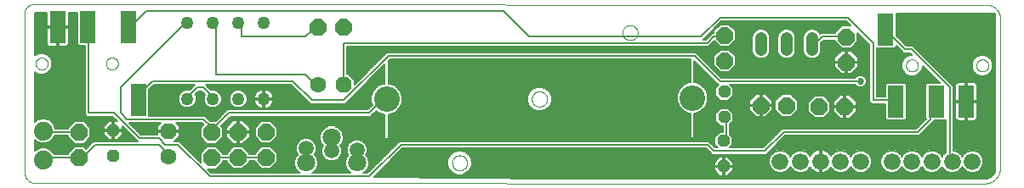
<source format=gtl>
G75*
%MOIN*%
%OFA0B0*%
%FSLAX25Y25*%
%IPPOS*%
%LPD*%
%AMOC8*
5,1,8,0,0,1.08239X$1,22.5*
%
%ADD10C,0.00000*%
%ADD11OC8,0.06300*%
%ADD12C,0.06300*%
%ADD13OC8,0.04800*%
%ADD14C,0.07400*%
%ADD15C,0.04800*%
%ADD16OC8,0.06600*%
%ADD17C,0.10050*%
%ADD18R,0.06000X0.12500*%
%ADD19C,0.06600*%
%ADD20C,0.05000*%
%ADD21C,0.07087*%
%ADD22C,0.00600*%
%ADD23C,0.02700*%
%ADD24C,0.05906*%
D10*
X0017496Y0013500D02*
X0389760Y0013264D01*
X0389913Y0013266D01*
X0390066Y0013272D01*
X0390219Y0013281D01*
X0390371Y0013295D01*
X0390523Y0013312D01*
X0390675Y0013334D01*
X0390826Y0013359D01*
X0390976Y0013388D01*
X0391126Y0013420D01*
X0391275Y0013457D01*
X0391422Y0013497D01*
X0391569Y0013541D01*
X0391715Y0013589D01*
X0391859Y0013640D01*
X0392002Y0013695D01*
X0392143Y0013754D01*
X0392283Y0013816D01*
X0392421Y0013882D01*
X0392558Y0013951D01*
X0392693Y0014023D01*
X0392826Y0014099D01*
X0392957Y0014179D01*
X0393085Y0014261D01*
X0393212Y0014347D01*
X0393337Y0014436D01*
X0393459Y0014528D01*
X0393579Y0014624D01*
X0393696Y0014722D01*
X0393811Y0014823D01*
X0393923Y0014927D01*
X0394033Y0015034D01*
X0394140Y0015144D01*
X0394244Y0015256D01*
X0394345Y0015371D01*
X0394443Y0015488D01*
X0394539Y0015608D01*
X0394631Y0015730D01*
X0394720Y0015855D01*
X0394806Y0015982D01*
X0394888Y0016110D01*
X0394968Y0016241D01*
X0395044Y0016374D01*
X0395116Y0016509D01*
X0395185Y0016646D01*
X0395251Y0016784D01*
X0395313Y0016924D01*
X0395372Y0017065D01*
X0395427Y0017208D01*
X0395478Y0017352D01*
X0395526Y0017498D01*
X0395570Y0017645D01*
X0395610Y0017792D01*
X0395647Y0017941D01*
X0395679Y0018091D01*
X0395708Y0018241D01*
X0395733Y0018392D01*
X0395755Y0018544D01*
X0395772Y0018696D01*
X0395786Y0018848D01*
X0395795Y0019001D01*
X0395801Y0019154D01*
X0395803Y0019307D01*
X0395803Y0078815D01*
X0395790Y0078956D01*
X0395773Y0079096D01*
X0395753Y0079236D01*
X0395729Y0079375D01*
X0395700Y0079514D01*
X0395668Y0079652D01*
X0395632Y0079789D01*
X0395593Y0079924D01*
X0395550Y0080059D01*
X0395503Y0080192D01*
X0395452Y0080324D01*
X0395398Y0080455D01*
X0395340Y0080584D01*
X0395279Y0080712D01*
X0395214Y0080837D01*
X0395145Y0080961D01*
X0395074Y0081083D01*
X0394999Y0081203D01*
X0394920Y0081321D01*
X0394839Y0081436D01*
X0394754Y0081550D01*
X0394666Y0081661D01*
X0394576Y0081769D01*
X0394482Y0081875D01*
X0394385Y0081978D01*
X0394286Y0082079D01*
X0394184Y0082177D01*
X0394079Y0082272D01*
X0393971Y0082364D01*
X0393862Y0082453D01*
X0393749Y0082539D01*
X0393635Y0082622D01*
X0393518Y0082702D01*
X0393399Y0082778D01*
X0393278Y0082851D01*
X0393155Y0082921D01*
X0393030Y0082987D01*
X0392903Y0083050D01*
X0392775Y0083109D01*
X0392645Y0083165D01*
X0392513Y0083217D01*
X0392380Y0083266D01*
X0392246Y0083311D01*
X0392111Y0083352D01*
X0391974Y0083389D01*
X0391837Y0083423D01*
X0391699Y0083453D01*
X0391560Y0083479D01*
X0391420Y0083501D01*
X0391280Y0083519D01*
X0391139Y0083534D01*
X0390998Y0083544D01*
X0390857Y0083551D01*
X0390715Y0083554D01*
X0390574Y0083553D01*
X0390432Y0083548D01*
X0390291Y0083539D01*
X0016728Y0083776D01*
X0016728Y0083775D02*
X0016611Y0083767D01*
X0016495Y0083755D01*
X0016379Y0083739D01*
X0016264Y0083719D01*
X0016149Y0083695D01*
X0016036Y0083668D01*
X0015923Y0083636D01*
X0015812Y0083601D01*
X0015701Y0083563D01*
X0015592Y0083520D01*
X0015485Y0083474D01*
X0015379Y0083425D01*
X0015275Y0083372D01*
X0015172Y0083315D01*
X0015072Y0083255D01*
X0014974Y0083192D01*
X0014877Y0083125D01*
X0014783Y0083056D01*
X0014692Y0082983D01*
X0014603Y0082907D01*
X0014516Y0082828D01*
X0014433Y0082747D01*
X0014352Y0082663D01*
X0014273Y0082576D01*
X0014198Y0082486D01*
X0014126Y0082394D01*
X0014057Y0082300D01*
X0013991Y0082203D01*
X0013929Y0082104D01*
X0013869Y0082003D01*
X0013813Y0081901D01*
X0013761Y0081796D01*
X0013712Y0081690D01*
X0013667Y0081582D01*
X0013625Y0081473D01*
X0013587Y0081362D01*
X0013553Y0081250D01*
X0013522Y0081138D01*
X0013496Y0081024D01*
X0013473Y0080909D01*
X0013454Y0080794D01*
X0013439Y0080678D01*
X0013427Y0080561D01*
X0013420Y0080445D01*
X0013416Y0080328D01*
X0013417Y0080211D01*
X0013421Y0080094D01*
X0013559Y0017437D01*
X0013561Y0017313D01*
X0013567Y0017190D01*
X0013576Y0017066D01*
X0013590Y0016944D01*
X0013607Y0016821D01*
X0013629Y0016699D01*
X0013654Y0016578D01*
X0013683Y0016458D01*
X0013715Y0016339D01*
X0013752Y0016220D01*
X0013792Y0016103D01*
X0013835Y0015988D01*
X0013883Y0015873D01*
X0013934Y0015761D01*
X0013988Y0015650D01*
X0014046Y0015540D01*
X0014107Y0015433D01*
X0014172Y0015327D01*
X0014240Y0015224D01*
X0014311Y0015123D01*
X0014385Y0015024D01*
X0014462Y0014927D01*
X0014543Y0014833D01*
X0014626Y0014742D01*
X0014712Y0014653D01*
X0014801Y0014567D01*
X0014892Y0014484D01*
X0014986Y0014403D01*
X0015083Y0014326D01*
X0015182Y0014252D01*
X0015283Y0014181D01*
X0015386Y0014113D01*
X0015492Y0014048D01*
X0015599Y0013987D01*
X0015709Y0013929D01*
X0015820Y0013875D01*
X0015932Y0013824D01*
X0016047Y0013776D01*
X0016162Y0013733D01*
X0016279Y0013693D01*
X0016398Y0013656D01*
X0016517Y0013624D01*
X0016637Y0013595D01*
X0016758Y0013570D01*
X0016880Y0013548D01*
X0017003Y0013531D01*
X0017125Y0013517D01*
X0017249Y0013508D01*
X0017372Y0013502D01*
X0017496Y0013500D01*
X0017811Y0060469D02*
X0017813Y0060566D01*
X0017819Y0060663D01*
X0017829Y0060759D01*
X0017843Y0060855D01*
X0017861Y0060951D01*
X0017882Y0061045D01*
X0017908Y0061139D01*
X0017937Y0061231D01*
X0017971Y0061322D01*
X0018007Y0061412D01*
X0018048Y0061500D01*
X0018092Y0061586D01*
X0018140Y0061671D01*
X0018191Y0061753D01*
X0018245Y0061834D01*
X0018303Y0061912D01*
X0018364Y0061987D01*
X0018427Y0062060D01*
X0018494Y0062131D01*
X0018564Y0062198D01*
X0018636Y0062263D01*
X0018711Y0062324D01*
X0018789Y0062383D01*
X0018868Y0062438D01*
X0018950Y0062490D01*
X0019034Y0062538D01*
X0019120Y0062583D01*
X0019208Y0062625D01*
X0019297Y0062663D01*
X0019388Y0062697D01*
X0019480Y0062727D01*
X0019573Y0062754D01*
X0019668Y0062776D01*
X0019763Y0062795D01*
X0019859Y0062810D01*
X0019955Y0062821D01*
X0020052Y0062828D01*
X0020149Y0062831D01*
X0020246Y0062830D01*
X0020343Y0062825D01*
X0020439Y0062816D01*
X0020535Y0062803D01*
X0020631Y0062786D01*
X0020726Y0062765D01*
X0020819Y0062741D01*
X0020912Y0062712D01*
X0021004Y0062680D01*
X0021094Y0062644D01*
X0021182Y0062605D01*
X0021269Y0062561D01*
X0021354Y0062515D01*
X0021437Y0062464D01*
X0021518Y0062411D01*
X0021596Y0062354D01*
X0021673Y0062294D01*
X0021746Y0062231D01*
X0021817Y0062165D01*
X0021885Y0062096D01*
X0021951Y0062024D01*
X0022013Y0061950D01*
X0022072Y0061873D01*
X0022128Y0061794D01*
X0022181Y0061712D01*
X0022231Y0061629D01*
X0022276Y0061543D01*
X0022319Y0061456D01*
X0022358Y0061367D01*
X0022393Y0061277D01*
X0022424Y0061185D01*
X0022451Y0061092D01*
X0022475Y0060998D01*
X0022495Y0060903D01*
X0022511Y0060807D01*
X0022523Y0060711D01*
X0022531Y0060614D01*
X0022535Y0060517D01*
X0022535Y0060421D01*
X0022531Y0060324D01*
X0022523Y0060227D01*
X0022511Y0060131D01*
X0022495Y0060035D01*
X0022475Y0059940D01*
X0022451Y0059846D01*
X0022424Y0059753D01*
X0022393Y0059661D01*
X0022358Y0059571D01*
X0022319Y0059482D01*
X0022276Y0059395D01*
X0022231Y0059309D01*
X0022181Y0059226D01*
X0022128Y0059144D01*
X0022072Y0059065D01*
X0022013Y0058988D01*
X0021951Y0058914D01*
X0021885Y0058842D01*
X0021817Y0058773D01*
X0021746Y0058707D01*
X0021673Y0058644D01*
X0021596Y0058584D01*
X0021518Y0058527D01*
X0021437Y0058474D01*
X0021354Y0058423D01*
X0021269Y0058377D01*
X0021182Y0058333D01*
X0021094Y0058294D01*
X0021004Y0058258D01*
X0020912Y0058226D01*
X0020819Y0058197D01*
X0020726Y0058173D01*
X0020631Y0058152D01*
X0020535Y0058135D01*
X0020439Y0058122D01*
X0020343Y0058113D01*
X0020246Y0058108D01*
X0020149Y0058107D01*
X0020052Y0058110D01*
X0019955Y0058117D01*
X0019859Y0058128D01*
X0019763Y0058143D01*
X0019668Y0058162D01*
X0019573Y0058184D01*
X0019480Y0058211D01*
X0019388Y0058241D01*
X0019297Y0058275D01*
X0019208Y0058313D01*
X0019120Y0058355D01*
X0019034Y0058400D01*
X0018950Y0058448D01*
X0018868Y0058500D01*
X0018789Y0058555D01*
X0018711Y0058614D01*
X0018636Y0058675D01*
X0018564Y0058740D01*
X0018494Y0058807D01*
X0018427Y0058878D01*
X0018364Y0058951D01*
X0018303Y0059026D01*
X0018245Y0059104D01*
X0018191Y0059185D01*
X0018140Y0059267D01*
X0018092Y0059352D01*
X0018048Y0059438D01*
X0018007Y0059526D01*
X0017971Y0059616D01*
X0017937Y0059707D01*
X0017908Y0059799D01*
X0017882Y0059893D01*
X0017861Y0059987D01*
X0017843Y0060083D01*
X0017829Y0060179D01*
X0017819Y0060275D01*
X0017813Y0060372D01*
X0017811Y0060469D01*
X0045370Y0060469D02*
X0045372Y0060566D01*
X0045378Y0060663D01*
X0045388Y0060759D01*
X0045402Y0060855D01*
X0045420Y0060951D01*
X0045441Y0061045D01*
X0045467Y0061139D01*
X0045496Y0061231D01*
X0045530Y0061322D01*
X0045566Y0061412D01*
X0045607Y0061500D01*
X0045651Y0061586D01*
X0045699Y0061671D01*
X0045750Y0061753D01*
X0045804Y0061834D01*
X0045862Y0061912D01*
X0045923Y0061987D01*
X0045986Y0062060D01*
X0046053Y0062131D01*
X0046123Y0062198D01*
X0046195Y0062263D01*
X0046270Y0062324D01*
X0046348Y0062383D01*
X0046427Y0062438D01*
X0046509Y0062490D01*
X0046593Y0062538D01*
X0046679Y0062583D01*
X0046767Y0062625D01*
X0046856Y0062663D01*
X0046947Y0062697D01*
X0047039Y0062727D01*
X0047132Y0062754D01*
X0047227Y0062776D01*
X0047322Y0062795D01*
X0047418Y0062810D01*
X0047514Y0062821D01*
X0047611Y0062828D01*
X0047708Y0062831D01*
X0047805Y0062830D01*
X0047902Y0062825D01*
X0047998Y0062816D01*
X0048094Y0062803D01*
X0048190Y0062786D01*
X0048285Y0062765D01*
X0048378Y0062741D01*
X0048471Y0062712D01*
X0048563Y0062680D01*
X0048653Y0062644D01*
X0048741Y0062605D01*
X0048828Y0062561D01*
X0048913Y0062515D01*
X0048996Y0062464D01*
X0049077Y0062411D01*
X0049155Y0062354D01*
X0049232Y0062294D01*
X0049305Y0062231D01*
X0049376Y0062165D01*
X0049444Y0062096D01*
X0049510Y0062024D01*
X0049572Y0061950D01*
X0049631Y0061873D01*
X0049687Y0061794D01*
X0049740Y0061712D01*
X0049790Y0061629D01*
X0049835Y0061543D01*
X0049878Y0061456D01*
X0049917Y0061367D01*
X0049952Y0061277D01*
X0049983Y0061185D01*
X0050010Y0061092D01*
X0050034Y0060998D01*
X0050054Y0060903D01*
X0050070Y0060807D01*
X0050082Y0060711D01*
X0050090Y0060614D01*
X0050094Y0060517D01*
X0050094Y0060421D01*
X0050090Y0060324D01*
X0050082Y0060227D01*
X0050070Y0060131D01*
X0050054Y0060035D01*
X0050034Y0059940D01*
X0050010Y0059846D01*
X0049983Y0059753D01*
X0049952Y0059661D01*
X0049917Y0059571D01*
X0049878Y0059482D01*
X0049835Y0059395D01*
X0049790Y0059309D01*
X0049740Y0059226D01*
X0049687Y0059144D01*
X0049631Y0059065D01*
X0049572Y0058988D01*
X0049510Y0058914D01*
X0049444Y0058842D01*
X0049376Y0058773D01*
X0049305Y0058707D01*
X0049232Y0058644D01*
X0049155Y0058584D01*
X0049077Y0058527D01*
X0048996Y0058474D01*
X0048913Y0058423D01*
X0048828Y0058377D01*
X0048741Y0058333D01*
X0048653Y0058294D01*
X0048563Y0058258D01*
X0048471Y0058226D01*
X0048378Y0058197D01*
X0048285Y0058173D01*
X0048190Y0058152D01*
X0048094Y0058135D01*
X0047998Y0058122D01*
X0047902Y0058113D01*
X0047805Y0058108D01*
X0047708Y0058107D01*
X0047611Y0058110D01*
X0047514Y0058117D01*
X0047418Y0058128D01*
X0047322Y0058143D01*
X0047227Y0058162D01*
X0047132Y0058184D01*
X0047039Y0058211D01*
X0046947Y0058241D01*
X0046856Y0058275D01*
X0046767Y0058313D01*
X0046679Y0058355D01*
X0046593Y0058400D01*
X0046509Y0058448D01*
X0046427Y0058500D01*
X0046348Y0058555D01*
X0046270Y0058614D01*
X0046195Y0058675D01*
X0046123Y0058740D01*
X0046053Y0058807D01*
X0045986Y0058878D01*
X0045923Y0058951D01*
X0045862Y0059026D01*
X0045804Y0059104D01*
X0045750Y0059185D01*
X0045699Y0059267D01*
X0045651Y0059352D01*
X0045607Y0059438D01*
X0045566Y0059526D01*
X0045530Y0059616D01*
X0045496Y0059707D01*
X0045467Y0059799D01*
X0045441Y0059893D01*
X0045420Y0059987D01*
X0045402Y0060083D01*
X0045388Y0060179D01*
X0045378Y0060275D01*
X0045372Y0060372D01*
X0045370Y0060469D01*
X0181039Y0021394D02*
X0181041Y0021502D01*
X0181047Y0021611D01*
X0181057Y0021719D01*
X0181071Y0021826D01*
X0181089Y0021933D01*
X0181110Y0022040D01*
X0181136Y0022145D01*
X0181166Y0022250D01*
X0181199Y0022353D01*
X0181236Y0022455D01*
X0181277Y0022555D01*
X0181321Y0022654D01*
X0181370Y0022752D01*
X0181421Y0022847D01*
X0181476Y0022940D01*
X0181535Y0023032D01*
X0181597Y0023121D01*
X0181662Y0023208D01*
X0181730Y0023292D01*
X0181801Y0023374D01*
X0181875Y0023453D01*
X0181952Y0023529D01*
X0182032Y0023603D01*
X0182115Y0023673D01*
X0182200Y0023741D01*
X0182287Y0023805D01*
X0182377Y0023866D01*
X0182469Y0023924D01*
X0182563Y0023978D01*
X0182659Y0024029D01*
X0182756Y0024076D01*
X0182856Y0024120D01*
X0182957Y0024160D01*
X0183059Y0024196D01*
X0183162Y0024228D01*
X0183267Y0024257D01*
X0183373Y0024281D01*
X0183479Y0024302D01*
X0183586Y0024319D01*
X0183694Y0024332D01*
X0183802Y0024341D01*
X0183911Y0024346D01*
X0184019Y0024347D01*
X0184128Y0024344D01*
X0184236Y0024337D01*
X0184344Y0024326D01*
X0184451Y0024311D01*
X0184558Y0024292D01*
X0184664Y0024269D01*
X0184769Y0024243D01*
X0184874Y0024212D01*
X0184976Y0024178D01*
X0185078Y0024140D01*
X0185178Y0024098D01*
X0185277Y0024053D01*
X0185374Y0024004D01*
X0185468Y0023951D01*
X0185561Y0023895D01*
X0185652Y0023836D01*
X0185741Y0023773D01*
X0185827Y0023708D01*
X0185911Y0023639D01*
X0185992Y0023567D01*
X0186070Y0023492D01*
X0186146Y0023414D01*
X0186219Y0023333D01*
X0186289Y0023250D01*
X0186355Y0023165D01*
X0186419Y0023077D01*
X0186479Y0022986D01*
X0186536Y0022894D01*
X0186589Y0022799D01*
X0186639Y0022703D01*
X0186685Y0022605D01*
X0186728Y0022505D01*
X0186767Y0022404D01*
X0186802Y0022301D01*
X0186834Y0022198D01*
X0186861Y0022093D01*
X0186885Y0021987D01*
X0186905Y0021880D01*
X0186921Y0021773D01*
X0186933Y0021665D01*
X0186941Y0021557D01*
X0186945Y0021448D01*
X0186945Y0021340D01*
X0186941Y0021231D01*
X0186933Y0021123D01*
X0186921Y0021015D01*
X0186905Y0020908D01*
X0186885Y0020801D01*
X0186861Y0020695D01*
X0186834Y0020590D01*
X0186802Y0020487D01*
X0186767Y0020384D01*
X0186728Y0020283D01*
X0186685Y0020183D01*
X0186639Y0020085D01*
X0186589Y0019989D01*
X0186536Y0019894D01*
X0186479Y0019802D01*
X0186419Y0019711D01*
X0186355Y0019623D01*
X0186289Y0019538D01*
X0186219Y0019455D01*
X0186146Y0019374D01*
X0186070Y0019296D01*
X0185992Y0019221D01*
X0185911Y0019149D01*
X0185827Y0019080D01*
X0185741Y0019015D01*
X0185652Y0018952D01*
X0185561Y0018893D01*
X0185469Y0018837D01*
X0185374Y0018784D01*
X0185277Y0018735D01*
X0185178Y0018690D01*
X0185078Y0018648D01*
X0184976Y0018610D01*
X0184874Y0018576D01*
X0184769Y0018545D01*
X0184664Y0018519D01*
X0184558Y0018496D01*
X0184451Y0018477D01*
X0184344Y0018462D01*
X0184236Y0018451D01*
X0184128Y0018444D01*
X0184019Y0018441D01*
X0183911Y0018442D01*
X0183802Y0018447D01*
X0183694Y0018456D01*
X0183586Y0018469D01*
X0183479Y0018486D01*
X0183373Y0018507D01*
X0183267Y0018531D01*
X0183162Y0018560D01*
X0183059Y0018592D01*
X0182957Y0018628D01*
X0182856Y0018668D01*
X0182756Y0018712D01*
X0182659Y0018759D01*
X0182563Y0018810D01*
X0182469Y0018864D01*
X0182377Y0018922D01*
X0182287Y0018983D01*
X0182200Y0019047D01*
X0182115Y0019115D01*
X0182032Y0019185D01*
X0181952Y0019259D01*
X0181875Y0019335D01*
X0181801Y0019414D01*
X0181730Y0019496D01*
X0181662Y0019580D01*
X0181597Y0019667D01*
X0181535Y0019756D01*
X0181476Y0019848D01*
X0181421Y0019941D01*
X0181370Y0020036D01*
X0181321Y0020134D01*
X0181277Y0020233D01*
X0181236Y0020333D01*
X0181199Y0020435D01*
X0181166Y0020538D01*
X0181136Y0020643D01*
X0181110Y0020748D01*
X0181089Y0020855D01*
X0181071Y0020962D01*
X0181057Y0021069D01*
X0181047Y0021177D01*
X0181041Y0021286D01*
X0181039Y0021394D01*
X0212291Y0046512D02*
X0212293Y0046621D01*
X0212299Y0046730D01*
X0212309Y0046838D01*
X0212323Y0046946D01*
X0212340Y0047054D01*
X0212362Y0047161D01*
X0212387Y0047267D01*
X0212417Y0047371D01*
X0212450Y0047475D01*
X0212487Y0047578D01*
X0212527Y0047679D01*
X0212571Y0047778D01*
X0212619Y0047876D01*
X0212671Y0047973D01*
X0212725Y0048067D01*
X0212783Y0048159D01*
X0212845Y0048249D01*
X0212910Y0048336D01*
X0212977Y0048422D01*
X0213048Y0048505D01*
X0213122Y0048585D01*
X0213199Y0048662D01*
X0213278Y0048737D01*
X0213360Y0048808D01*
X0213445Y0048877D01*
X0213532Y0048942D01*
X0213621Y0049005D01*
X0213713Y0049063D01*
X0213807Y0049119D01*
X0213902Y0049171D01*
X0214000Y0049220D01*
X0214099Y0049265D01*
X0214200Y0049307D01*
X0214302Y0049344D01*
X0214405Y0049378D01*
X0214510Y0049409D01*
X0214616Y0049435D01*
X0214722Y0049458D01*
X0214830Y0049476D01*
X0214938Y0049491D01*
X0215046Y0049502D01*
X0215155Y0049509D01*
X0215264Y0049512D01*
X0215373Y0049511D01*
X0215482Y0049506D01*
X0215590Y0049497D01*
X0215698Y0049484D01*
X0215806Y0049467D01*
X0215913Y0049447D01*
X0216019Y0049422D01*
X0216124Y0049394D01*
X0216228Y0049362D01*
X0216331Y0049326D01*
X0216433Y0049286D01*
X0216533Y0049243D01*
X0216631Y0049196D01*
X0216728Y0049146D01*
X0216822Y0049092D01*
X0216915Y0049034D01*
X0217006Y0048974D01*
X0217094Y0048910D01*
X0217180Y0048843D01*
X0217263Y0048773D01*
X0217344Y0048700D01*
X0217422Y0048624D01*
X0217497Y0048545D01*
X0217570Y0048463D01*
X0217639Y0048379D01*
X0217705Y0048293D01*
X0217768Y0048204D01*
X0217828Y0048113D01*
X0217885Y0048020D01*
X0217938Y0047925D01*
X0217987Y0047828D01*
X0218033Y0047729D01*
X0218075Y0047629D01*
X0218114Y0047527D01*
X0218149Y0047423D01*
X0218180Y0047319D01*
X0218208Y0047214D01*
X0218231Y0047107D01*
X0218251Y0047000D01*
X0218267Y0046892D01*
X0218279Y0046784D01*
X0218287Y0046675D01*
X0218291Y0046566D01*
X0218291Y0046458D01*
X0218287Y0046349D01*
X0218279Y0046240D01*
X0218267Y0046132D01*
X0218251Y0046024D01*
X0218231Y0045917D01*
X0218208Y0045810D01*
X0218180Y0045705D01*
X0218149Y0045601D01*
X0218114Y0045497D01*
X0218075Y0045395D01*
X0218033Y0045295D01*
X0217987Y0045196D01*
X0217938Y0045099D01*
X0217885Y0045004D01*
X0217828Y0044911D01*
X0217768Y0044820D01*
X0217705Y0044731D01*
X0217639Y0044645D01*
X0217570Y0044561D01*
X0217497Y0044479D01*
X0217422Y0044400D01*
X0217344Y0044324D01*
X0217263Y0044251D01*
X0217180Y0044181D01*
X0217094Y0044114D01*
X0217006Y0044050D01*
X0216915Y0043990D01*
X0216822Y0043932D01*
X0216728Y0043878D01*
X0216631Y0043828D01*
X0216533Y0043781D01*
X0216433Y0043738D01*
X0216331Y0043698D01*
X0216228Y0043662D01*
X0216124Y0043630D01*
X0216019Y0043602D01*
X0215913Y0043577D01*
X0215806Y0043557D01*
X0215698Y0043540D01*
X0215590Y0043527D01*
X0215482Y0043518D01*
X0215373Y0043513D01*
X0215264Y0043512D01*
X0215155Y0043515D01*
X0215046Y0043522D01*
X0214938Y0043533D01*
X0214830Y0043548D01*
X0214722Y0043566D01*
X0214616Y0043589D01*
X0214510Y0043615D01*
X0214405Y0043646D01*
X0214302Y0043680D01*
X0214200Y0043717D01*
X0214099Y0043759D01*
X0214000Y0043804D01*
X0213902Y0043853D01*
X0213807Y0043905D01*
X0213713Y0043961D01*
X0213621Y0044019D01*
X0213532Y0044082D01*
X0213445Y0044147D01*
X0213360Y0044216D01*
X0213278Y0044287D01*
X0213199Y0044362D01*
X0213122Y0044439D01*
X0213048Y0044519D01*
X0212977Y0044602D01*
X0212910Y0044688D01*
X0212845Y0044775D01*
X0212783Y0044865D01*
X0212725Y0044957D01*
X0212671Y0045051D01*
X0212619Y0045148D01*
X0212571Y0045246D01*
X0212527Y0045345D01*
X0212487Y0045446D01*
X0212450Y0045549D01*
X0212417Y0045653D01*
X0212387Y0045757D01*
X0212362Y0045863D01*
X0212340Y0045970D01*
X0212323Y0046078D01*
X0212309Y0046186D01*
X0212299Y0046294D01*
X0212293Y0046403D01*
X0212291Y0046512D01*
X0247850Y0072634D02*
X0247852Y0072742D01*
X0247858Y0072851D01*
X0247868Y0072959D01*
X0247882Y0073066D01*
X0247900Y0073173D01*
X0247921Y0073280D01*
X0247947Y0073385D01*
X0247977Y0073490D01*
X0248010Y0073593D01*
X0248047Y0073695D01*
X0248088Y0073795D01*
X0248132Y0073894D01*
X0248181Y0073992D01*
X0248232Y0074087D01*
X0248287Y0074180D01*
X0248346Y0074272D01*
X0248408Y0074361D01*
X0248473Y0074448D01*
X0248541Y0074532D01*
X0248612Y0074614D01*
X0248686Y0074693D01*
X0248763Y0074769D01*
X0248843Y0074843D01*
X0248926Y0074913D01*
X0249011Y0074981D01*
X0249098Y0075045D01*
X0249188Y0075106D01*
X0249280Y0075164D01*
X0249374Y0075218D01*
X0249470Y0075269D01*
X0249567Y0075316D01*
X0249667Y0075360D01*
X0249768Y0075400D01*
X0249870Y0075436D01*
X0249973Y0075468D01*
X0250078Y0075497D01*
X0250184Y0075521D01*
X0250290Y0075542D01*
X0250397Y0075559D01*
X0250505Y0075572D01*
X0250613Y0075581D01*
X0250722Y0075586D01*
X0250830Y0075587D01*
X0250939Y0075584D01*
X0251047Y0075577D01*
X0251155Y0075566D01*
X0251262Y0075551D01*
X0251369Y0075532D01*
X0251475Y0075509D01*
X0251580Y0075483D01*
X0251685Y0075452D01*
X0251787Y0075418D01*
X0251889Y0075380D01*
X0251989Y0075338D01*
X0252088Y0075293D01*
X0252185Y0075244D01*
X0252279Y0075191D01*
X0252372Y0075135D01*
X0252463Y0075076D01*
X0252552Y0075013D01*
X0252638Y0074948D01*
X0252722Y0074879D01*
X0252803Y0074807D01*
X0252881Y0074732D01*
X0252957Y0074654D01*
X0253030Y0074573D01*
X0253100Y0074490D01*
X0253166Y0074405D01*
X0253230Y0074317D01*
X0253290Y0074226D01*
X0253347Y0074134D01*
X0253400Y0074039D01*
X0253450Y0073943D01*
X0253496Y0073845D01*
X0253539Y0073745D01*
X0253578Y0073644D01*
X0253613Y0073541D01*
X0253645Y0073438D01*
X0253672Y0073333D01*
X0253696Y0073227D01*
X0253716Y0073120D01*
X0253732Y0073013D01*
X0253744Y0072905D01*
X0253752Y0072797D01*
X0253756Y0072688D01*
X0253756Y0072580D01*
X0253752Y0072471D01*
X0253744Y0072363D01*
X0253732Y0072255D01*
X0253716Y0072148D01*
X0253696Y0072041D01*
X0253672Y0071935D01*
X0253645Y0071830D01*
X0253613Y0071727D01*
X0253578Y0071624D01*
X0253539Y0071523D01*
X0253496Y0071423D01*
X0253450Y0071325D01*
X0253400Y0071229D01*
X0253347Y0071134D01*
X0253290Y0071042D01*
X0253230Y0070951D01*
X0253166Y0070863D01*
X0253100Y0070778D01*
X0253030Y0070695D01*
X0252957Y0070614D01*
X0252881Y0070536D01*
X0252803Y0070461D01*
X0252722Y0070389D01*
X0252638Y0070320D01*
X0252552Y0070255D01*
X0252463Y0070192D01*
X0252372Y0070133D01*
X0252280Y0070077D01*
X0252185Y0070024D01*
X0252088Y0069975D01*
X0251989Y0069930D01*
X0251889Y0069888D01*
X0251787Y0069850D01*
X0251685Y0069816D01*
X0251580Y0069785D01*
X0251475Y0069759D01*
X0251369Y0069736D01*
X0251262Y0069717D01*
X0251155Y0069702D01*
X0251047Y0069691D01*
X0250939Y0069684D01*
X0250830Y0069681D01*
X0250722Y0069682D01*
X0250613Y0069687D01*
X0250505Y0069696D01*
X0250397Y0069709D01*
X0250290Y0069726D01*
X0250184Y0069747D01*
X0250078Y0069771D01*
X0249973Y0069800D01*
X0249870Y0069832D01*
X0249768Y0069868D01*
X0249667Y0069908D01*
X0249567Y0069952D01*
X0249470Y0069999D01*
X0249374Y0070050D01*
X0249280Y0070104D01*
X0249188Y0070162D01*
X0249098Y0070223D01*
X0249011Y0070287D01*
X0248926Y0070355D01*
X0248843Y0070425D01*
X0248763Y0070499D01*
X0248686Y0070575D01*
X0248612Y0070654D01*
X0248541Y0070736D01*
X0248473Y0070820D01*
X0248408Y0070907D01*
X0248346Y0070996D01*
X0248287Y0071088D01*
X0248232Y0071181D01*
X0248181Y0071276D01*
X0248132Y0071374D01*
X0248088Y0071473D01*
X0248047Y0071573D01*
X0248010Y0071675D01*
X0247977Y0071778D01*
X0247947Y0071883D01*
X0247921Y0071988D01*
X0247900Y0072095D01*
X0247882Y0072202D01*
X0247868Y0072309D01*
X0247858Y0072417D01*
X0247852Y0072526D01*
X0247850Y0072634D01*
X0358933Y0059740D02*
X0358935Y0059837D01*
X0358941Y0059934D01*
X0358951Y0060030D01*
X0358965Y0060126D01*
X0358983Y0060222D01*
X0359004Y0060316D01*
X0359030Y0060410D01*
X0359059Y0060502D01*
X0359093Y0060593D01*
X0359129Y0060683D01*
X0359170Y0060771D01*
X0359214Y0060857D01*
X0359262Y0060942D01*
X0359313Y0061024D01*
X0359367Y0061105D01*
X0359425Y0061183D01*
X0359486Y0061258D01*
X0359549Y0061331D01*
X0359616Y0061402D01*
X0359686Y0061469D01*
X0359758Y0061534D01*
X0359833Y0061595D01*
X0359911Y0061654D01*
X0359990Y0061709D01*
X0360072Y0061761D01*
X0360156Y0061809D01*
X0360242Y0061854D01*
X0360330Y0061896D01*
X0360419Y0061934D01*
X0360510Y0061968D01*
X0360602Y0061998D01*
X0360695Y0062025D01*
X0360790Y0062047D01*
X0360885Y0062066D01*
X0360981Y0062081D01*
X0361077Y0062092D01*
X0361174Y0062099D01*
X0361271Y0062102D01*
X0361368Y0062101D01*
X0361465Y0062096D01*
X0361561Y0062087D01*
X0361657Y0062074D01*
X0361753Y0062057D01*
X0361848Y0062036D01*
X0361941Y0062012D01*
X0362034Y0061983D01*
X0362126Y0061951D01*
X0362216Y0061915D01*
X0362304Y0061876D01*
X0362391Y0061832D01*
X0362476Y0061786D01*
X0362559Y0061735D01*
X0362640Y0061682D01*
X0362718Y0061625D01*
X0362795Y0061565D01*
X0362868Y0061502D01*
X0362939Y0061436D01*
X0363007Y0061367D01*
X0363073Y0061295D01*
X0363135Y0061221D01*
X0363194Y0061144D01*
X0363250Y0061065D01*
X0363303Y0060983D01*
X0363353Y0060900D01*
X0363398Y0060814D01*
X0363441Y0060727D01*
X0363480Y0060638D01*
X0363515Y0060548D01*
X0363546Y0060456D01*
X0363573Y0060363D01*
X0363597Y0060269D01*
X0363617Y0060174D01*
X0363633Y0060078D01*
X0363645Y0059982D01*
X0363653Y0059885D01*
X0363657Y0059788D01*
X0363657Y0059692D01*
X0363653Y0059595D01*
X0363645Y0059498D01*
X0363633Y0059402D01*
X0363617Y0059306D01*
X0363597Y0059211D01*
X0363573Y0059117D01*
X0363546Y0059024D01*
X0363515Y0058932D01*
X0363480Y0058842D01*
X0363441Y0058753D01*
X0363398Y0058666D01*
X0363353Y0058580D01*
X0363303Y0058497D01*
X0363250Y0058415D01*
X0363194Y0058336D01*
X0363135Y0058259D01*
X0363073Y0058185D01*
X0363007Y0058113D01*
X0362939Y0058044D01*
X0362868Y0057978D01*
X0362795Y0057915D01*
X0362718Y0057855D01*
X0362640Y0057798D01*
X0362559Y0057745D01*
X0362476Y0057694D01*
X0362391Y0057648D01*
X0362304Y0057604D01*
X0362216Y0057565D01*
X0362126Y0057529D01*
X0362034Y0057497D01*
X0361941Y0057468D01*
X0361848Y0057444D01*
X0361753Y0057423D01*
X0361657Y0057406D01*
X0361561Y0057393D01*
X0361465Y0057384D01*
X0361368Y0057379D01*
X0361271Y0057378D01*
X0361174Y0057381D01*
X0361077Y0057388D01*
X0360981Y0057399D01*
X0360885Y0057414D01*
X0360790Y0057433D01*
X0360695Y0057455D01*
X0360602Y0057482D01*
X0360510Y0057512D01*
X0360419Y0057546D01*
X0360330Y0057584D01*
X0360242Y0057626D01*
X0360156Y0057671D01*
X0360072Y0057719D01*
X0359990Y0057771D01*
X0359911Y0057826D01*
X0359833Y0057885D01*
X0359758Y0057946D01*
X0359686Y0058011D01*
X0359616Y0058078D01*
X0359549Y0058149D01*
X0359486Y0058222D01*
X0359425Y0058297D01*
X0359367Y0058375D01*
X0359313Y0058456D01*
X0359262Y0058538D01*
X0359214Y0058623D01*
X0359170Y0058709D01*
X0359129Y0058797D01*
X0359093Y0058887D01*
X0359059Y0058978D01*
X0359030Y0059070D01*
X0359004Y0059164D01*
X0358983Y0059258D01*
X0358965Y0059354D01*
X0358951Y0059450D01*
X0358941Y0059546D01*
X0358935Y0059643D01*
X0358933Y0059740D01*
X0386492Y0059740D02*
X0386494Y0059837D01*
X0386500Y0059934D01*
X0386510Y0060030D01*
X0386524Y0060126D01*
X0386542Y0060222D01*
X0386563Y0060316D01*
X0386589Y0060410D01*
X0386618Y0060502D01*
X0386652Y0060593D01*
X0386688Y0060683D01*
X0386729Y0060771D01*
X0386773Y0060857D01*
X0386821Y0060942D01*
X0386872Y0061024D01*
X0386926Y0061105D01*
X0386984Y0061183D01*
X0387045Y0061258D01*
X0387108Y0061331D01*
X0387175Y0061402D01*
X0387245Y0061469D01*
X0387317Y0061534D01*
X0387392Y0061595D01*
X0387470Y0061654D01*
X0387549Y0061709D01*
X0387631Y0061761D01*
X0387715Y0061809D01*
X0387801Y0061854D01*
X0387889Y0061896D01*
X0387978Y0061934D01*
X0388069Y0061968D01*
X0388161Y0061998D01*
X0388254Y0062025D01*
X0388349Y0062047D01*
X0388444Y0062066D01*
X0388540Y0062081D01*
X0388636Y0062092D01*
X0388733Y0062099D01*
X0388830Y0062102D01*
X0388927Y0062101D01*
X0389024Y0062096D01*
X0389120Y0062087D01*
X0389216Y0062074D01*
X0389312Y0062057D01*
X0389407Y0062036D01*
X0389500Y0062012D01*
X0389593Y0061983D01*
X0389685Y0061951D01*
X0389775Y0061915D01*
X0389863Y0061876D01*
X0389950Y0061832D01*
X0390035Y0061786D01*
X0390118Y0061735D01*
X0390199Y0061682D01*
X0390277Y0061625D01*
X0390354Y0061565D01*
X0390427Y0061502D01*
X0390498Y0061436D01*
X0390566Y0061367D01*
X0390632Y0061295D01*
X0390694Y0061221D01*
X0390753Y0061144D01*
X0390809Y0061065D01*
X0390862Y0060983D01*
X0390912Y0060900D01*
X0390957Y0060814D01*
X0391000Y0060727D01*
X0391039Y0060638D01*
X0391074Y0060548D01*
X0391105Y0060456D01*
X0391132Y0060363D01*
X0391156Y0060269D01*
X0391176Y0060174D01*
X0391192Y0060078D01*
X0391204Y0059982D01*
X0391212Y0059885D01*
X0391216Y0059788D01*
X0391216Y0059692D01*
X0391212Y0059595D01*
X0391204Y0059498D01*
X0391192Y0059402D01*
X0391176Y0059306D01*
X0391156Y0059211D01*
X0391132Y0059117D01*
X0391105Y0059024D01*
X0391074Y0058932D01*
X0391039Y0058842D01*
X0391000Y0058753D01*
X0390957Y0058666D01*
X0390912Y0058580D01*
X0390862Y0058497D01*
X0390809Y0058415D01*
X0390753Y0058336D01*
X0390694Y0058259D01*
X0390632Y0058185D01*
X0390566Y0058113D01*
X0390498Y0058044D01*
X0390427Y0057978D01*
X0390354Y0057915D01*
X0390277Y0057855D01*
X0390199Y0057798D01*
X0390118Y0057745D01*
X0390035Y0057694D01*
X0389950Y0057648D01*
X0389863Y0057604D01*
X0389775Y0057565D01*
X0389685Y0057529D01*
X0389593Y0057497D01*
X0389500Y0057468D01*
X0389407Y0057444D01*
X0389312Y0057423D01*
X0389216Y0057406D01*
X0389120Y0057393D01*
X0389024Y0057384D01*
X0388927Y0057379D01*
X0388830Y0057378D01*
X0388733Y0057381D01*
X0388636Y0057388D01*
X0388540Y0057399D01*
X0388444Y0057414D01*
X0388349Y0057433D01*
X0388254Y0057455D01*
X0388161Y0057482D01*
X0388069Y0057512D01*
X0387978Y0057546D01*
X0387889Y0057584D01*
X0387801Y0057626D01*
X0387715Y0057671D01*
X0387631Y0057719D01*
X0387549Y0057771D01*
X0387470Y0057826D01*
X0387392Y0057885D01*
X0387317Y0057946D01*
X0387245Y0058011D01*
X0387175Y0058078D01*
X0387108Y0058149D01*
X0387045Y0058222D01*
X0386984Y0058297D01*
X0386926Y0058375D01*
X0386872Y0058456D01*
X0386821Y0058538D01*
X0386773Y0058623D01*
X0386729Y0058709D01*
X0386688Y0058797D01*
X0386652Y0058887D01*
X0386618Y0058978D01*
X0386589Y0059070D01*
X0386563Y0059164D01*
X0386542Y0059258D01*
X0386524Y0059354D01*
X0386510Y0059450D01*
X0386500Y0059546D01*
X0386494Y0059643D01*
X0386492Y0059740D01*
D11*
X0138559Y0052161D03*
X0069858Y0033835D03*
D12*
X0069858Y0023835D03*
X0128559Y0052161D03*
D13*
X0048205Y0034169D03*
X0048205Y0024169D03*
X0287457Y0020016D03*
X0287457Y0030016D03*
X0287693Y0039366D03*
X0287693Y0049366D03*
D14*
X0020843Y0033983D03*
X0020843Y0022583D03*
D15*
X0302102Y0065864D02*
X0302102Y0070664D01*
X0312102Y0070664D02*
X0312102Y0065864D01*
X0322102Y0065864D02*
X0322102Y0070664D01*
D16*
X0335587Y0070980D03*
X0335587Y0060980D03*
X0334957Y0043480D03*
X0324957Y0043480D03*
X0312063Y0043992D03*
X0302063Y0043992D03*
X0287870Y0061610D03*
X0287870Y0071610D03*
X0138382Y0074740D03*
X0128382Y0074740D03*
X0108106Y0033500D03*
X0097102Y0033480D03*
X0086748Y0033382D03*
X0086748Y0023382D03*
X0097102Y0023480D03*
X0108106Y0023500D03*
X0034957Y0023382D03*
X0034957Y0033382D03*
D17*
X0155370Y0046512D03*
X0275213Y0046906D03*
D18*
X0350954Y0073990D03*
X0354996Y0045490D03*
X0370744Y0045490D03*
X0382555Y0045490D03*
X0058074Y0046219D03*
X0054031Y0074719D03*
X0038283Y0074719D03*
X0026472Y0074719D03*
D19*
X0309681Y0021945D03*
X0317555Y0021945D03*
X0325429Y0021945D03*
X0333303Y0021945D03*
X0341177Y0021945D03*
X0353402Y0021945D03*
X0361276Y0021945D03*
X0369150Y0021945D03*
X0377024Y0021945D03*
X0384898Y0021945D03*
D20*
X0107299Y0046610D03*
X0097299Y0046610D03*
X0087299Y0046610D03*
X0077299Y0046610D03*
X0077299Y0076610D03*
X0087299Y0076610D03*
X0097299Y0076610D03*
X0107299Y0076610D03*
D21*
X0133795Y0031374D03*
X0123795Y0021374D03*
X0143795Y0021374D03*
D22*
X0139488Y0023076D02*
X0136546Y0023076D01*
X0136123Y0022654D02*
X0137260Y0023790D01*
X0137875Y0025275D01*
X0137875Y0026882D01*
X0137282Y0028312D01*
X0137721Y0028751D01*
X0138426Y0030453D01*
X0138426Y0032295D01*
X0137721Y0033997D01*
X0136418Y0035300D01*
X0134716Y0036005D01*
X0132874Y0036005D01*
X0131172Y0035300D01*
X0129870Y0033997D01*
X0129165Y0032295D01*
X0129165Y0030453D01*
X0129870Y0028751D01*
X0130364Y0028257D01*
X0129794Y0026882D01*
X0129794Y0025275D01*
X0130410Y0023790D01*
X0131546Y0022654D01*
X0133031Y0022039D01*
X0134638Y0022039D01*
X0136123Y0022654D01*
X0135698Y0022478D02*
X0139240Y0022478D01*
X0139165Y0022295D02*
X0139165Y0020453D01*
X0139870Y0018751D01*
X0141172Y0017448D01*
X0141319Y0017387D01*
X0126271Y0017387D01*
X0126418Y0017448D01*
X0127721Y0018751D01*
X0128426Y0020453D01*
X0128426Y0022295D01*
X0127721Y0023997D01*
X0127092Y0024626D01*
X0127220Y0024755D01*
X0127835Y0026240D01*
X0127835Y0027847D01*
X0127220Y0029332D01*
X0126084Y0030468D01*
X0124599Y0031083D01*
X0122992Y0031083D01*
X0121507Y0030468D01*
X0120370Y0029332D01*
X0119755Y0027847D01*
X0119755Y0026240D01*
X0120370Y0024755D01*
X0120499Y0024626D01*
X0119870Y0023997D01*
X0119165Y0022295D01*
X0119165Y0020453D01*
X0119870Y0018751D01*
X0121172Y0017448D01*
X0121319Y0017387D01*
X0086634Y0017387D01*
X0085027Y0018994D01*
X0088565Y0018994D01*
X0091135Y0021565D01*
X0091135Y0022113D01*
X0092715Y0022113D01*
X0092715Y0021663D01*
X0095285Y0019093D01*
X0098920Y0019093D01*
X0101490Y0021663D01*
X0101490Y0022113D01*
X0103719Y0022113D01*
X0103719Y0021683D01*
X0106289Y0019113D01*
X0109924Y0019113D01*
X0112494Y0021683D01*
X0112494Y0025317D01*
X0109924Y0027887D01*
X0106289Y0027887D01*
X0103719Y0025317D01*
X0103719Y0024887D01*
X0101490Y0024887D01*
X0101490Y0025298D01*
X0098920Y0027868D01*
X0095285Y0027868D01*
X0092715Y0025298D01*
X0092715Y0024887D01*
X0091135Y0024887D01*
X0091135Y0025199D01*
X0088565Y0027769D01*
X0084931Y0027769D01*
X0082361Y0025199D01*
X0082361Y0021660D01*
X0074134Y0029887D01*
X0072204Y0029887D01*
X0074308Y0031991D01*
X0074308Y0033535D01*
X0070158Y0033535D01*
X0070158Y0034135D01*
X0074308Y0034135D01*
X0074308Y0035678D01*
X0072874Y0037113D01*
X0082984Y0037113D01*
X0083629Y0036468D01*
X0082361Y0035199D01*
X0082361Y0031565D01*
X0084931Y0028994D01*
X0088565Y0028994D01*
X0091135Y0031565D01*
X0091135Y0035199D01*
X0090428Y0035907D01*
X0094134Y0039613D01*
X0149134Y0039613D01*
X0149946Y0040425D01*
X0151379Y0041858D01*
X0151908Y0041330D01*
X0154154Y0040399D01*
X0154570Y0040399D01*
X0154570Y0031180D01*
X0155039Y0030712D01*
X0155701Y0030712D01*
X0156170Y0031180D01*
X0156170Y0040399D01*
X0156586Y0040399D01*
X0158832Y0041330D01*
X0160552Y0043049D01*
X0161482Y0045296D01*
X0161482Y0047728D01*
X0160552Y0049974D01*
X0158832Y0051694D01*
X0156586Y0052624D01*
X0156170Y0052624D01*
X0156170Y0061649D01*
X0156634Y0062113D01*
X0274413Y0062113D01*
X0274413Y0053018D01*
X0273997Y0053018D01*
X0271750Y0052087D01*
X0270031Y0050368D01*
X0269100Y0048121D01*
X0269100Y0045690D01*
X0270031Y0043443D01*
X0271750Y0041724D01*
X0273997Y0040793D01*
X0274413Y0040793D01*
X0274413Y0031574D01*
X0274881Y0031106D01*
X0275544Y0031106D01*
X0276013Y0031574D01*
X0276013Y0040793D01*
X0276428Y0040793D01*
X0278675Y0041724D01*
X0280394Y0043443D01*
X0281325Y0045690D01*
X0281325Y0048121D01*
X0280394Y0050368D01*
X0278675Y0052087D01*
X0276428Y0053018D01*
X0276013Y0053018D01*
X0276013Y0061584D01*
X0284672Y0052925D01*
X0285484Y0052113D01*
X0285507Y0052113D01*
X0284206Y0050811D01*
X0284206Y0047922D01*
X0286248Y0045879D01*
X0289137Y0045879D01*
X0291180Y0047922D01*
X0291180Y0050811D01*
X0289878Y0052113D01*
X0338999Y0052113D01*
X0339678Y0051434D01*
X0340574Y0051063D01*
X0341544Y0051063D01*
X0342440Y0051434D01*
X0343125Y0052119D01*
X0343496Y0053015D01*
X0343496Y0053985D01*
X0343125Y0054881D01*
X0342440Y0055566D01*
X0341544Y0055937D01*
X0340574Y0055937D01*
X0339678Y0055566D01*
X0338999Y0054887D01*
X0286634Y0054887D01*
X0276634Y0064887D01*
X0155484Y0064887D01*
X0154672Y0064075D01*
X0142796Y0052199D01*
X0142796Y0053917D01*
X0140314Y0056399D01*
X0139946Y0056399D01*
X0139946Y0067113D01*
X0281634Y0067113D01*
X0283898Y0069377D01*
X0286053Y0067223D01*
X0289687Y0067223D01*
X0292257Y0069793D01*
X0292257Y0073428D01*
X0289687Y0075998D01*
X0286053Y0075998D01*
X0283483Y0073428D01*
X0283483Y0072387D01*
X0282984Y0072387D01*
X0282172Y0071575D01*
X0280484Y0069887D01*
X0279409Y0069887D01*
X0286634Y0077113D01*
X0335484Y0077113D01*
X0337229Y0075368D01*
X0333769Y0075368D01*
X0331199Y0072798D01*
X0331199Y0072387D01*
X0325484Y0072387D01*
X0325257Y0072160D01*
X0325059Y0072639D01*
X0324078Y0073620D01*
X0322796Y0074151D01*
X0321409Y0074151D01*
X0320127Y0073620D01*
X0319146Y0072639D01*
X0318615Y0071357D01*
X0318615Y0065170D01*
X0319146Y0063888D01*
X0320127Y0062907D01*
X0321409Y0062376D01*
X0322796Y0062376D01*
X0324078Y0062907D01*
X0325059Y0063888D01*
X0325590Y0065170D01*
X0325590Y0068569D01*
X0326634Y0069613D01*
X0331199Y0069613D01*
X0331199Y0069163D01*
X0333769Y0066593D01*
X0337404Y0066593D01*
X0339974Y0069163D01*
X0339974Y0072623D01*
X0344672Y0067925D01*
X0344672Y0045425D01*
X0345484Y0044613D01*
X0350909Y0044613D01*
X0350909Y0038790D01*
X0351546Y0038153D01*
X0358446Y0038153D01*
X0359083Y0038790D01*
X0359083Y0052191D01*
X0358446Y0052828D01*
X0351546Y0052828D01*
X0350909Y0052191D01*
X0350909Y0047387D01*
X0347446Y0047387D01*
X0347446Y0066709D01*
X0347503Y0066653D01*
X0354404Y0066653D01*
X0355041Y0067290D01*
X0355041Y0067556D01*
X0357172Y0065425D01*
X0357984Y0064613D01*
X0360484Y0064613D01*
X0361195Y0063902D01*
X0360467Y0063902D01*
X0358938Y0063269D01*
X0357767Y0062098D01*
X0357133Y0060568D01*
X0357133Y0058912D01*
X0357767Y0057382D01*
X0358938Y0056212D01*
X0360467Y0055578D01*
X0362123Y0055578D01*
X0363653Y0056212D01*
X0364824Y0057382D01*
X0365457Y0058912D01*
X0365457Y0059640D01*
X0372269Y0052828D01*
X0367294Y0052828D01*
X0366657Y0052191D01*
X0366657Y0038790D01*
X0366772Y0038675D01*
X0362984Y0034887D01*
X0310484Y0034887D01*
X0309672Y0034075D01*
X0302984Y0027387D01*
X0289760Y0027387D01*
X0290944Y0028571D01*
X0290944Y0031460D01*
X0289946Y0032458D01*
X0289946Y0036688D01*
X0291180Y0037922D01*
X0291180Y0040811D01*
X0289137Y0042854D01*
X0286248Y0042854D01*
X0284206Y0040811D01*
X0284206Y0037922D01*
X0286248Y0035879D01*
X0287172Y0035879D01*
X0287172Y0033503D01*
X0286012Y0033503D01*
X0283969Y0031460D01*
X0283969Y0028571D01*
X0285153Y0027387D01*
X0284134Y0027387D01*
X0281634Y0029887D01*
X0160484Y0029887D01*
X0159672Y0029075D01*
X0147984Y0017387D01*
X0146271Y0017387D01*
X0146418Y0017448D01*
X0147721Y0018751D01*
X0148426Y0020453D01*
X0148426Y0022295D01*
X0147721Y0023997D01*
X0147271Y0024448D01*
X0147776Y0025669D01*
X0147776Y0027276D01*
X0147161Y0028761D01*
X0146025Y0029898D01*
X0144540Y0030513D01*
X0142933Y0030513D01*
X0141448Y0029898D01*
X0140311Y0028761D01*
X0139696Y0027276D01*
X0139696Y0025669D01*
X0140237Y0024364D01*
X0139870Y0023997D01*
X0139165Y0022295D01*
X0139165Y0021879D02*
X0128426Y0021879D01*
X0128426Y0021281D02*
X0139165Y0021281D01*
X0139165Y0020682D02*
X0128426Y0020682D01*
X0128273Y0020084D02*
X0139318Y0020084D01*
X0139565Y0019485D02*
X0128025Y0019485D01*
X0127777Y0018887D02*
X0139813Y0018887D01*
X0140332Y0018288D02*
X0127258Y0018288D01*
X0126660Y0017690D02*
X0140931Y0017690D01*
X0146660Y0017690D02*
X0148287Y0017690D01*
X0148885Y0018288D02*
X0147258Y0018288D01*
X0147777Y0018887D02*
X0149484Y0018887D01*
X0150082Y0019485D02*
X0148025Y0019485D01*
X0148273Y0020084D02*
X0150681Y0020084D01*
X0151279Y0020682D02*
X0148426Y0020682D01*
X0148426Y0021281D02*
X0151878Y0021281D01*
X0152476Y0021879D02*
X0148426Y0021879D01*
X0148350Y0022478D02*
X0153075Y0022478D01*
X0153673Y0023076D02*
X0148102Y0023076D01*
X0147855Y0023675D02*
X0154272Y0023675D01*
X0154870Y0024273D02*
X0147445Y0024273D01*
X0147446Y0024872D02*
X0155469Y0024872D01*
X0156067Y0025470D02*
X0147694Y0025470D01*
X0147776Y0026069D02*
X0156666Y0026069D01*
X0157264Y0026667D02*
X0147776Y0026667D01*
X0147776Y0027266D02*
X0157863Y0027266D01*
X0158461Y0027864D02*
X0147533Y0027864D01*
X0147285Y0028463D02*
X0159060Y0028463D01*
X0159658Y0029061D02*
X0146861Y0029061D01*
X0146262Y0029660D02*
X0160257Y0029660D01*
X0161059Y0028500D02*
X0281059Y0028500D01*
X0283559Y0026000D01*
X0303559Y0026000D01*
X0311059Y0033500D01*
X0363559Y0033500D01*
X0368559Y0038500D01*
X0368559Y0043500D01*
X0370744Y0045490D01*
X0366657Y0045221D02*
X0359083Y0045221D01*
X0359083Y0044623D02*
X0366657Y0044623D01*
X0366657Y0044024D02*
X0359083Y0044024D01*
X0359083Y0043426D02*
X0366657Y0043426D01*
X0366657Y0042827D02*
X0359083Y0042827D01*
X0359083Y0042229D02*
X0366657Y0042229D01*
X0366657Y0041630D02*
X0359083Y0041630D01*
X0359083Y0041032D02*
X0366657Y0041032D01*
X0366657Y0040433D02*
X0359083Y0040433D01*
X0359083Y0039834D02*
X0366657Y0039834D01*
X0366657Y0039236D02*
X0359083Y0039236D01*
X0358931Y0038637D02*
X0366734Y0038637D01*
X0366136Y0038039D02*
X0291180Y0038039D01*
X0291180Y0038637D02*
X0351061Y0038637D01*
X0350909Y0039236D02*
X0337218Y0039236D01*
X0336862Y0038880D02*
X0339557Y0041575D01*
X0339557Y0043180D01*
X0335257Y0043180D01*
X0335257Y0043780D01*
X0339557Y0043780D01*
X0339557Y0045386D01*
X0336862Y0048080D01*
X0335257Y0048080D01*
X0335257Y0043780D01*
X0334657Y0043780D01*
X0334657Y0043180D01*
X0335257Y0043180D01*
X0335257Y0038880D01*
X0336862Y0038880D01*
X0337816Y0039834D02*
X0350909Y0039834D01*
X0350909Y0040433D02*
X0338415Y0040433D01*
X0339013Y0041032D02*
X0350909Y0041032D01*
X0350909Y0041630D02*
X0339557Y0041630D01*
X0339557Y0042229D02*
X0350909Y0042229D01*
X0350909Y0042827D02*
X0339557Y0042827D01*
X0339557Y0044024D02*
X0350909Y0044024D01*
X0350909Y0043426D02*
X0335257Y0043426D01*
X0335257Y0044024D02*
X0334657Y0044024D01*
X0334657Y0043780D02*
X0334657Y0048080D01*
X0333051Y0048080D01*
X0330357Y0045386D01*
X0330357Y0043780D01*
X0334657Y0043780D01*
X0334657Y0043426D02*
X0329344Y0043426D01*
X0329344Y0044024D02*
X0330357Y0044024D01*
X0330357Y0044623D02*
X0329344Y0044623D01*
X0329344Y0045221D02*
X0330357Y0045221D01*
X0330791Y0045820D02*
X0328822Y0045820D01*
X0329344Y0045298D02*
X0326774Y0047868D01*
X0323139Y0047868D01*
X0320569Y0045298D01*
X0320569Y0041663D01*
X0323139Y0039093D01*
X0326774Y0039093D01*
X0329344Y0041663D01*
X0329344Y0045298D01*
X0328224Y0046418D02*
X0331389Y0046418D01*
X0331988Y0047017D02*
X0327625Y0047017D01*
X0327027Y0047615D02*
X0332586Y0047615D01*
X0334657Y0047615D02*
X0335257Y0047615D01*
X0335257Y0047017D02*
X0334657Y0047017D01*
X0334657Y0046418D02*
X0335257Y0046418D01*
X0335257Y0045820D02*
X0334657Y0045820D01*
X0334657Y0045221D02*
X0335257Y0045221D01*
X0335257Y0044623D02*
X0334657Y0044623D01*
X0334657Y0043180D02*
X0330357Y0043180D01*
X0330357Y0041575D01*
X0333051Y0038880D01*
X0334657Y0038880D01*
X0334657Y0043180D01*
X0334657Y0042827D02*
X0335257Y0042827D01*
X0335257Y0042229D02*
X0334657Y0042229D01*
X0334657Y0041630D02*
X0335257Y0041630D01*
X0335257Y0041032D02*
X0334657Y0041032D01*
X0334657Y0040433D02*
X0335257Y0040433D01*
X0335257Y0039834D02*
X0334657Y0039834D01*
X0334657Y0039236D02*
X0335257Y0039236D01*
X0332696Y0039236D02*
X0326917Y0039236D01*
X0327516Y0039834D02*
X0332097Y0039834D01*
X0331499Y0040433D02*
X0328114Y0040433D01*
X0328713Y0041032D02*
X0330900Y0041032D01*
X0330357Y0041630D02*
X0329311Y0041630D01*
X0329344Y0042229D02*
X0330357Y0042229D01*
X0330357Y0042827D02*
X0329344Y0042827D01*
X0322996Y0039236D02*
X0291180Y0039236D01*
X0291180Y0039834D02*
X0299715Y0039834D01*
X0300158Y0039392D02*
X0301763Y0039392D01*
X0301763Y0043692D01*
X0302363Y0043692D01*
X0302363Y0039392D01*
X0303968Y0039392D01*
X0306663Y0042087D01*
X0306663Y0043692D01*
X0302363Y0043692D01*
X0302363Y0044292D01*
X0306663Y0044292D01*
X0306663Y0045898D01*
X0303968Y0048592D01*
X0302363Y0048592D01*
X0302363Y0044292D01*
X0301763Y0044292D01*
X0301763Y0043692D01*
X0297463Y0043692D01*
X0297463Y0042087D01*
X0300158Y0039392D01*
X0299117Y0040433D02*
X0291180Y0040433D01*
X0290959Y0041032D02*
X0298518Y0041032D01*
X0297920Y0041630D02*
X0290361Y0041630D01*
X0289762Y0042229D02*
X0297463Y0042229D01*
X0297463Y0042827D02*
X0289164Y0042827D01*
X0286222Y0042827D02*
X0279778Y0042827D01*
X0279180Y0042229D02*
X0285623Y0042229D01*
X0285025Y0041630D02*
X0278449Y0041630D01*
X0277004Y0041032D02*
X0284426Y0041032D01*
X0284206Y0040433D02*
X0276013Y0040433D01*
X0276013Y0039834D02*
X0284206Y0039834D01*
X0284206Y0039236D02*
X0276013Y0039236D01*
X0276013Y0038637D02*
X0284206Y0038637D01*
X0284206Y0038039D02*
X0276013Y0038039D01*
X0276013Y0037440D02*
X0284687Y0037440D01*
X0285285Y0036842D02*
X0276013Y0036842D01*
X0276013Y0036243D02*
X0285884Y0036243D01*
X0287172Y0035645D02*
X0276013Y0035645D01*
X0276013Y0035046D02*
X0287172Y0035046D01*
X0287172Y0034448D02*
X0276013Y0034448D01*
X0276013Y0033849D02*
X0287172Y0033849D01*
X0285760Y0033251D02*
X0276013Y0033251D01*
X0276013Y0032652D02*
X0285161Y0032652D01*
X0284563Y0032054D02*
X0276013Y0032054D01*
X0275894Y0031455D02*
X0283969Y0031455D01*
X0283969Y0030857D02*
X0155846Y0030857D01*
X0156170Y0031455D02*
X0274531Y0031455D01*
X0274413Y0032054D02*
X0156170Y0032054D01*
X0156170Y0032652D02*
X0274413Y0032652D01*
X0274413Y0033251D02*
X0156170Y0033251D01*
X0156170Y0033849D02*
X0274413Y0033849D01*
X0274413Y0034448D02*
X0156170Y0034448D01*
X0156170Y0035046D02*
X0274413Y0035046D01*
X0274413Y0035645D02*
X0156170Y0035645D01*
X0156170Y0036243D02*
X0274413Y0036243D01*
X0274413Y0036842D02*
X0156170Y0036842D01*
X0156170Y0037440D02*
X0274413Y0037440D01*
X0274413Y0038039D02*
X0156170Y0038039D01*
X0156170Y0038637D02*
X0274413Y0038637D01*
X0274413Y0039236D02*
X0156170Y0039236D01*
X0156170Y0039834D02*
X0274413Y0039834D01*
X0274413Y0040433D02*
X0156667Y0040433D01*
X0158112Y0041032D02*
X0273421Y0041032D01*
X0271976Y0041630D02*
X0159133Y0041630D01*
X0159731Y0042229D02*
X0213089Y0042229D01*
X0212572Y0042443D02*
X0214337Y0041712D01*
X0216246Y0041712D01*
X0218010Y0042443D01*
X0219361Y0043793D01*
X0220091Y0045557D01*
X0220091Y0047467D01*
X0219361Y0049231D01*
X0218010Y0050581D01*
X0216246Y0051312D01*
X0214337Y0051312D01*
X0212572Y0050581D01*
X0211222Y0049231D01*
X0210491Y0047467D01*
X0210491Y0045557D01*
X0211222Y0043793D01*
X0212572Y0042443D01*
X0212188Y0042827D02*
X0160330Y0042827D01*
X0160708Y0043426D02*
X0211589Y0043426D01*
X0211126Y0044024D02*
X0160956Y0044024D01*
X0161204Y0044623D02*
X0210878Y0044623D01*
X0210630Y0045221D02*
X0161451Y0045221D01*
X0161482Y0045820D02*
X0210491Y0045820D01*
X0210491Y0046418D02*
X0161482Y0046418D01*
X0161482Y0047017D02*
X0210491Y0047017D01*
X0210553Y0047615D02*
X0161482Y0047615D01*
X0161281Y0048214D02*
X0210801Y0048214D01*
X0211049Y0048812D02*
X0161033Y0048812D01*
X0160785Y0049411D02*
X0211402Y0049411D01*
X0212001Y0050009D02*
X0160517Y0050009D01*
X0159918Y0050608D02*
X0212637Y0050608D01*
X0214082Y0051206D02*
X0159320Y0051206D01*
X0158564Y0051805D02*
X0271468Y0051805D01*
X0270869Y0051206D02*
X0216501Y0051206D01*
X0217946Y0050608D02*
X0270271Y0050608D01*
X0269882Y0050009D02*
X0218582Y0050009D01*
X0219181Y0049411D02*
X0269634Y0049411D01*
X0269386Y0048812D02*
X0219534Y0048812D01*
X0219782Y0048214D02*
X0269138Y0048214D01*
X0269100Y0047615D02*
X0220030Y0047615D01*
X0220091Y0047017D02*
X0269100Y0047017D01*
X0269100Y0046418D02*
X0220091Y0046418D01*
X0220091Y0045820D02*
X0269100Y0045820D01*
X0269294Y0045221D02*
X0219952Y0045221D01*
X0219704Y0044623D02*
X0269542Y0044623D01*
X0269790Y0044024D02*
X0219456Y0044024D01*
X0218993Y0043426D02*
X0270048Y0043426D01*
X0270647Y0042827D02*
X0218395Y0042827D01*
X0217494Y0042229D02*
X0271245Y0042229D01*
X0280377Y0043426D02*
X0297463Y0043426D01*
X0297463Y0044292D02*
X0301763Y0044292D01*
X0301763Y0048592D01*
X0300158Y0048592D01*
X0297463Y0045898D01*
X0297463Y0044292D01*
X0297463Y0044623D02*
X0280883Y0044623D01*
X0281131Y0045221D02*
X0297463Y0045221D01*
X0297463Y0045820D02*
X0281325Y0045820D01*
X0281325Y0046418D02*
X0285709Y0046418D01*
X0285110Y0047017D02*
X0281325Y0047017D01*
X0281325Y0047615D02*
X0284512Y0047615D01*
X0284206Y0048214D02*
X0281287Y0048214D01*
X0281039Y0048812D02*
X0284206Y0048812D01*
X0284206Y0049411D02*
X0280791Y0049411D01*
X0280543Y0050009D02*
X0284206Y0050009D01*
X0284206Y0050608D02*
X0280155Y0050608D01*
X0279556Y0051206D02*
X0284601Y0051206D01*
X0285200Y0051805D02*
X0278958Y0051805D01*
X0277912Y0052403D02*
X0285194Y0052403D01*
X0284595Y0053002D02*
X0276467Y0053002D01*
X0276013Y0053600D02*
X0283997Y0053600D01*
X0283398Y0054199D02*
X0276013Y0054199D01*
X0276013Y0054797D02*
X0282800Y0054797D01*
X0282201Y0055396D02*
X0276013Y0055396D01*
X0276013Y0055994D02*
X0281603Y0055994D01*
X0281004Y0056593D02*
X0276013Y0056593D01*
X0276013Y0057191D02*
X0280406Y0057191D01*
X0279807Y0057790D02*
X0276013Y0057790D01*
X0276013Y0058388D02*
X0279209Y0058388D01*
X0278610Y0058987D02*
X0276013Y0058987D01*
X0276013Y0059585D02*
X0278012Y0059585D01*
X0277413Y0060184D02*
X0276013Y0060184D01*
X0276013Y0060782D02*
X0276815Y0060782D01*
X0276216Y0061381D02*
X0276013Y0061381D01*
X0274413Y0061381D02*
X0156170Y0061381D01*
X0156170Y0060782D02*
X0274413Y0060782D01*
X0274413Y0060184D02*
X0156170Y0060184D01*
X0156170Y0059585D02*
X0274413Y0059585D01*
X0274413Y0058987D02*
X0156170Y0058987D01*
X0156170Y0058388D02*
X0274413Y0058388D01*
X0274413Y0057790D02*
X0156170Y0057790D01*
X0156170Y0057191D02*
X0274413Y0057191D01*
X0274413Y0056593D02*
X0156170Y0056593D01*
X0156170Y0055994D02*
X0274413Y0055994D01*
X0274413Y0055396D02*
X0156170Y0055396D01*
X0156170Y0054797D02*
X0274413Y0054797D01*
X0274413Y0054199D02*
X0156170Y0054199D01*
X0156170Y0053600D02*
X0274413Y0053600D01*
X0273958Y0053002D02*
X0156170Y0053002D01*
X0157119Y0052403D02*
X0272513Y0052403D01*
X0276059Y0063500D02*
X0286059Y0053500D01*
X0341059Y0053500D01*
X0339307Y0051805D02*
X0290186Y0051805D01*
X0290785Y0051206D02*
X0340227Y0051206D01*
X0341891Y0051206D02*
X0344672Y0051206D01*
X0344672Y0050608D02*
X0291180Y0050608D01*
X0291180Y0050009D02*
X0344672Y0050009D01*
X0344672Y0049411D02*
X0291180Y0049411D01*
X0291180Y0048812D02*
X0344672Y0048812D01*
X0344672Y0048214D02*
X0314046Y0048214D01*
X0313880Y0048380D02*
X0310246Y0048380D01*
X0307676Y0045809D01*
X0307676Y0042175D01*
X0310246Y0039605D01*
X0313880Y0039605D01*
X0316450Y0042175D01*
X0316450Y0045809D01*
X0313880Y0048380D01*
X0314645Y0047615D02*
X0322887Y0047615D01*
X0322288Y0047017D02*
X0315243Y0047017D01*
X0315842Y0046418D02*
X0321690Y0046418D01*
X0321091Y0045820D02*
X0316440Y0045820D01*
X0316450Y0045221D02*
X0320569Y0045221D01*
X0320569Y0044623D02*
X0316450Y0044623D01*
X0316450Y0044024D02*
X0320569Y0044024D01*
X0320569Y0043426D02*
X0316450Y0043426D01*
X0316450Y0042827D02*
X0320569Y0042827D01*
X0320569Y0042229D02*
X0316450Y0042229D01*
X0315906Y0041630D02*
X0320602Y0041630D01*
X0321201Y0041032D02*
X0315307Y0041032D01*
X0314709Y0040433D02*
X0321799Y0040433D01*
X0322398Y0039834D02*
X0314110Y0039834D01*
X0310016Y0039834D02*
X0304411Y0039834D01*
X0305009Y0040433D02*
X0309417Y0040433D01*
X0308819Y0041032D02*
X0305608Y0041032D01*
X0306206Y0041630D02*
X0308220Y0041630D01*
X0307676Y0042229D02*
X0306663Y0042229D01*
X0306663Y0042827D02*
X0307676Y0042827D01*
X0307676Y0043426D02*
X0306663Y0043426D01*
X0307676Y0044024D02*
X0302363Y0044024D01*
X0302363Y0043426D02*
X0301763Y0043426D01*
X0301763Y0044024D02*
X0280635Y0044024D01*
X0287693Y0039366D02*
X0288559Y0038500D01*
X0288559Y0031000D01*
X0287457Y0030016D01*
X0290944Y0030258D02*
X0305855Y0030258D01*
X0305257Y0029660D02*
X0290944Y0029660D01*
X0290944Y0029061D02*
X0304658Y0029061D01*
X0304060Y0028463D02*
X0290836Y0028463D01*
X0290237Y0027864D02*
X0303461Y0027864D01*
X0305590Y0026069D02*
X0308172Y0026069D01*
X0308808Y0026332D02*
X0307196Y0025664D01*
X0305962Y0024430D01*
X0305294Y0022818D01*
X0305294Y0021072D01*
X0305962Y0019460D01*
X0307196Y0018225D01*
X0308808Y0017557D01*
X0310554Y0017557D01*
X0312166Y0018225D01*
X0313401Y0019460D01*
X0313618Y0019985D01*
X0313836Y0019460D01*
X0315070Y0018225D01*
X0316682Y0017557D01*
X0318428Y0017557D01*
X0320040Y0018225D01*
X0321275Y0019460D01*
X0321390Y0019739D01*
X0321495Y0019534D01*
X0321920Y0018948D01*
X0322432Y0018436D01*
X0323018Y0018011D01*
X0323663Y0017682D01*
X0324352Y0017458D01*
X0325067Y0017345D01*
X0325129Y0017345D01*
X0325129Y0021645D01*
X0325729Y0021645D01*
X0325729Y0017345D01*
X0325791Y0017345D01*
X0326506Y0017458D01*
X0327195Y0017682D01*
X0327840Y0018011D01*
X0328426Y0018436D01*
X0328938Y0018948D01*
X0329363Y0019534D01*
X0329468Y0019739D01*
X0329584Y0019460D01*
X0330818Y0018225D01*
X0332430Y0017557D01*
X0334176Y0017557D01*
X0335788Y0018225D01*
X0337023Y0019460D01*
X0337240Y0019985D01*
X0337458Y0019460D01*
X0338692Y0018225D01*
X0340304Y0017557D01*
X0342050Y0017557D01*
X0343662Y0018225D01*
X0344897Y0019460D01*
X0345565Y0021072D01*
X0345565Y0022818D01*
X0344897Y0024430D01*
X0343662Y0025664D01*
X0342050Y0026332D01*
X0340304Y0026332D01*
X0338692Y0025664D01*
X0337458Y0024430D01*
X0337240Y0023905D01*
X0337023Y0024430D01*
X0335788Y0025664D01*
X0334176Y0026332D01*
X0332430Y0026332D01*
X0330818Y0025664D01*
X0329584Y0024430D01*
X0329468Y0024151D01*
X0329363Y0024356D01*
X0328938Y0024942D01*
X0328426Y0025454D01*
X0327840Y0025879D01*
X0327195Y0026208D01*
X0326506Y0026432D01*
X0325791Y0026545D01*
X0325729Y0026545D01*
X0325729Y0022245D01*
X0325129Y0022245D01*
X0325129Y0026545D01*
X0325067Y0026545D01*
X0324352Y0026432D01*
X0323663Y0026208D01*
X0323018Y0025879D01*
X0322432Y0025454D01*
X0321920Y0024942D01*
X0321495Y0024356D01*
X0321390Y0024151D01*
X0321275Y0024430D01*
X0320040Y0025664D01*
X0318428Y0026332D01*
X0316682Y0026332D01*
X0315070Y0025664D01*
X0313836Y0024430D01*
X0313618Y0023905D01*
X0313401Y0024430D01*
X0312166Y0025664D01*
X0310554Y0026332D01*
X0308808Y0026332D01*
X0307002Y0025470D02*
X0304991Y0025470D01*
X0304393Y0024872D02*
X0306403Y0024872D01*
X0305897Y0024273D02*
X0187834Y0024273D01*
X0188021Y0024086D02*
X0186684Y0025423D01*
X0184937Y0026146D01*
X0183047Y0026146D01*
X0181300Y0025423D01*
X0179963Y0024086D01*
X0179239Y0022339D01*
X0179239Y0020448D01*
X0179963Y0018701D01*
X0181300Y0017365D01*
X0183047Y0016641D01*
X0184937Y0016641D01*
X0186684Y0017365D01*
X0188021Y0018701D01*
X0188745Y0020448D01*
X0188745Y0022339D01*
X0188021Y0024086D01*
X0188192Y0023675D02*
X0285883Y0023675D01*
X0285924Y0023716D02*
X0283757Y0021548D01*
X0283757Y0020316D01*
X0287157Y0020316D01*
X0287157Y0023716D01*
X0285924Y0023716D01*
X0285285Y0023076D02*
X0188440Y0023076D01*
X0188687Y0022478D02*
X0284686Y0022478D01*
X0284088Y0021879D02*
X0188745Y0021879D01*
X0188745Y0021281D02*
X0283757Y0021281D01*
X0283757Y0020682D02*
X0188745Y0020682D01*
X0188594Y0020084D02*
X0287157Y0020084D01*
X0287157Y0020316D02*
X0287157Y0019716D01*
X0287757Y0019716D01*
X0287757Y0020316D01*
X0291157Y0020316D01*
X0291157Y0021548D01*
X0288989Y0023716D01*
X0287757Y0023716D01*
X0287757Y0020316D01*
X0287157Y0020316D01*
X0287157Y0020682D02*
X0287757Y0020682D01*
X0287757Y0020084D02*
X0305703Y0020084D01*
X0305455Y0020682D02*
X0291157Y0020682D01*
X0291157Y0021281D02*
X0305294Y0021281D01*
X0305294Y0021879D02*
X0290826Y0021879D01*
X0290227Y0022478D02*
X0305294Y0022478D01*
X0305401Y0023076D02*
X0289629Y0023076D01*
X0289030Y0023675D02*
X0305649Y0023675D01*
X0304134Y0024613D02*
X0311634Y0032113D01*
X0364134Y0032113D01*
X0369134Y0037113D01*
X0369946Y0037925D01*
X0369946Y0038153D01*
X0374195Y0038153D01*
X0374672Y0038630D01*
X0374672Y0025720D01*
X0374538Y0025664D01*
X0373304Y0024430D01*
X0373087Y0023905D01*
X0372869Y0024430D01*
X0371635Y0025664D01*
X0370022Y0026332D01*
X0368277Y0026332D01*
X0366664Y0025664D01*
X0365430Y0024430D01*
X0365213Y0023905D01*
X0364995Y0024430D01*
X0363761Y0025664D01*
X0362148Y0026332D01*
X0360403Y0026332D01*
X0358790Y0025664D01*
X0357556Y0024430D01*
X0357339Y0023905D01*
X0357121Y0024430D01*
X0355887Y0025664D01*
X0354274Y0026332D01*
X0352529Y0026332D01*
X0350916Y0025664D01*
X0349682Y0024430D01*
X0349014Y0022818D01*
X0349014Y0021072D01*
X0349682Y0019460D01*
X0350916Y0018225D01*
X0352529Y0017557D01*
X0354274Y0017557D01*
X0355887Y0018225D01*
X0357121Y0019460D01*
X0357339Y0019985D01*
X0357556Y0019460D01*
X0358790Y0018225D01*
X0360403Y0017557D01*
X0362148Y0017557D01*
X0363761Y0018225D01*
X0364995Y0019460D01*
X0365213Y0019985D01*
X0365430Y0019460D01*
X0366664Y0018225D01*
X0368277Y0017557D01*
X0370022Y0017557D01*
X0371635Y0018225D01*
X0372869Y0019460D01*
X0373087Y0019985D01*
X0373304Y0019460D01*
X0374538Y0018225D01*
X0376151Y0017557D01*
X0377896Y0017557D01*
X0379509Y0018225D01*
X0380743Y0019460D01*
X0380961Y0019985D01*
X0381178Y0019460D01*
X0382412Y0018225D01*
X0384025Y0017557D01*
X0385770Y0017557D01*
X0387383Y0018225D01*
X0388617Y0019460D01*
X0389285Y0021072D01*
X0389285Y0022818D01*
X0388617Y0024430D01*
X0387383Y0025664D01*
X0385770Y0026332D01*
X0384025Y0026332D01*
X0382412Y0025664D01*
X0381178Y0024430D01*
X0380961Y0023905D01*
X0380743Y0024430D01*
X0379509Y0025664D01*
X0377896Y0026332D01*
X0377446Y0026332D01*
X0377446Y0051575D01*
X0376634Y0052387D01*
X0361634Y0067387D01*
X0359134Y0067387D01*
X0355041Y0071480D01*
X0355041Y0080217D01*
X0393452Y0080193D01*
X0393697Y0079710D01*
X0393697Y0017937D01*
X0393288Y0016950D01*
X0392117Y0015779D01*
X0390588Y0015145D01*
X0389760Y0015064D01*
X0221828Y0015170D01*
X0150483Y0015962D01*
X0161634Y0027113D01*
X0280484Y0027113D01*
X0282172Y0025425D01*
X0282984Y0024613D01*
X0304134Y0024613D01*
X0306188Y0026667D02*
X0374672Y0026667D01*
X0374672Y0026069D02*
X0370659Y0026069D01*
X0371829Y0025470D02*
X0374344Y0025470D01*
X0373746Y0024872D02*
X0372427Y0024872D01*
X0372934Y0024273D02*
X0373239Y0024273D01*
X0376059Y0023500D02*
X0377024Y0021945D01*
X0376059Y0023500D02*
X0376059Y0051000D01*
X0361059Y0066000D01*
X0358559Y0066000D01*
X0351059Y0073500D01*
X0350954Y0073990D01*
X0355041Y0073950D02*
X0393697Y0073950D01*
X0393697Y0074548D02*
X0355041Y0074548D01*
X0355041Y0075147D02*
X0393697Y0075147D01*
X0393697Y0075745D02*
X0355041Y0075745D01*
X0355041Y0076344D02*
X0393697Y0076344D01*
X0393697Y0076942D02*
X0355041Y0076942D01*
X0355041Y0077541D02*
X0393697Y0077541D01*
X0393697Y0078139D02*
X0355041Y0078139D01*
X0355041Y0078738D02*
X0393697Y0078738D01*
X0393697Y0079336D02*
X0355041Y0079336D01*
X0355041Y0079935D02*
X0393583Y0079935D01*
X0393697Y0073351D02*
X0355041Y0073351D01*
X0355041Y0072753D02*
X0393697Y0072753D01*
X0393697Y0072154D02*
X0355041Y0072154D01*
X0355041Y0071556D02*
X0393697Y0071556D01*
X0393697Y0070957D02*
X0355564Y0070957D01*
X0356163Y0070359D02*
X0393697Y0070359D01*
X0393697Y0069760D02*
X0356761Y0069760D01*
X0357360Y0069162D02*
X0393697Y0069162D01*
X0393697Y0068563D02*
X0357958Y0068563D01*
X0358557Y0067965D02*
X0393697Y0067965D01*
X0393697Y0067366D02*
X0361655Y0067366D01*
X0362254Y0066768D02*
X0393697Y0066768D01*
X0393697Y0066169D02*
X0362852Y0066169D01*
X0363451Y0065570D02*
X0393697Y0065570D01*
X0393697Y0064972D02*
X0364049Y0064972D01*
X0364648Y0064373D02*
X0393697Y0064373D01*
X0393697Y0063775D02*
X0389990Y0063775D01*
X0389682Y0063902D02*
X0388026Y0063902D01*
X0386497Y0063269D01*
X0385326Y0062098D01*
X0384692Y0060568D01*
X0384692Y0058912D01*
X0385326Y0057382D01*
X0386497Y0056212D01*
X0388026Y0055578D01*
X0389682Y0055578D01*
X0391212Y0056212D01*
X0392383Y0057382D01*
X0393017Y0058912D01*
X0393017Y0060568D01*
X0392383Y0062098D01*
X0391212Y0063269D01*
X0389682Y0063902D01*
X0391304Y0063176D02*
X0393697Y0063176D01*
X0393697Y0062578D02*
X0391903Y0062578D01*
X0392432Y0061979D02*
X0393697Y0061979D01*
X0393697Y0061381D02*
X0392680Y0061381D01*
X0392928Y0060782D02*
X0393697Y0060782D01*
X0393697Y0060184D02*
X0393017Y0060184D01*
X0393017Y0059585D02*
X0393697Y0059585D01*
X0393697Y0058987D02*
X0393017Y0058987D01*
X0392800Y0058388D02*
X0393697Y0058388D01*
X0393697Y0057790D02*
X0392552Y0057790D01*
X0392192Y0057191D02*
X0393697Y0057191D01*
X0393697Y0056593D02*
X0391593Y0056593D01*
X0390687Y0055994D02*
X0393697Y0055994D01*
X0393697Y0055396D02*
X0373625Y0055396D01*
X0373027Y0055994D02*
X0387021Y0055994D01*
X0386115Y0056593D02*
X0372428Y0056593D01*
X0371830Y0057191D02*
X0385517Y0057191D01*
X0385157Y0057790D02*
X0371231Y0057790D01*
X0370633Y0058388D02*
X0384909Y0058388D01*
X0384692Y0058987D02*
X0370034Y0058987D01*
X0369436Y0059585D02*
X0384692Y0059585D01*
X0384692Y0060184D02*
X0368837Y0060184D01*
X0368239Y0060782D02*
X0384781Y0060782D01*
X0385029Y0061381D02*
X0367640Y0061381D01*
X0367042Y0061979D02*
X0385277Y0061979D01*
X0385806Y0062578D02*
X0366443Y0062578D01*
X0365845Y0063176D02*
X0386404Y0063176D01*
X0387719Y0063775D02*
X0365246Y0063775D01*
X0360723Y0064373D02*
X0347446Y0064373D01*
X0347446Y0063775D02*
X0360160Y0063775D01*
X0358845Y0063176D02*
X0347446Y0063176D01*
X0347446Y0062578D02*
X0358247Y0062578D01*
X0357718Y0061979D02*
X0347446Y0061979D01*
X0347446Y0061381D02*
X0357470Y0061381D01*
X0357222Y0060782D02*
X0347446Y0060782D01*
X0347446Y0060184D02*
X0357133Y0060184D01*
X0357133Y0059585D02*
X0347446Y0059585D01*
X0347446Y0058987D02*
X0357133Y0058987D01*
X0357350Y0058388D02*
X0347446Y0058388D01*
X0347446Y0057790D02*
X0357598Y0057790D01*
X0357958Y0057191D02*
X0347446Y0057191D01*
X0347446Y0056593D02*
X0358556Y0056593D01*
X0359462Y0055994D02*
X0347446Y0055994D01*
X0347446Y0055396D02*
X0369701Y0055396D01*
X0369103Y0055994D02*
X0363128Y0055994D01*
X0364034Y0056593D02*
X0368504Y0056593D01*
X0367906Y0057191D02*
X0364633Y0057191D01*
X0364993Y0057790D02*
X0367307Y0057790D01*
X0366709Y0058388D02*
X0365240Y0058388D01*
X0365457Y0058987D02*
X0366110Y0058987D01*
X0365512Y0059585D02*
X0365457Y0059585D01*
X0370300Y0054797D02*
X0347446Y0054797D01*
X0347446Y0054199D02*
X0370898Y0054199D01*
X0371497Y0053600D02*
X0347446Y0053600D01*
X0347446Y0053002D02*
X0372095Y0053002D01*
X0374224Y0054797D02*
X0393697Y0054797D01*
X0393697Y0054199D02*
X0374822Y0054199D01*
X0375421Y0053600D02*
X0393697Y0053600D01*
X0393697Y0053002D02*
X0385870Y0053002D01*
X0385726Y0053040D02*
X0382855Y0053040D01*
X0382855Y0045790D01*
X0386855Y0045790D01*
X0386855Y0051911D01*
X0386767Y0052242D01*
X0386595Y0052538D01*
X0386353Y0052780D01*
X0386057Y0052952D01*
X0385726Y0053040D01*
X0386673Y0052403D02*
X0393697Y0052403D01*
X0393697Y0051805D02*
X0386855Y0051805D01*
X0386855Y0051206D02*
X0393697Y0051206D01*
X0393697Y0050608D02*
X0386855Y0050608D01*
X0386855Y0050009D02*
X0393697Y0050009D01*
X0393697Y0049411D02*
X0386855Y0049411D01*
X0386855Y0048812D02*
X0393697Y0048812D01*
X0393697Y0048214D02*
X0386855Y0048214D01*
X0386855Y0047615D02*
X0393697Y0047615D01*
X0393697Y0047017D02*
X0386855Y0047017D01*
X0386855Y0046418D02*
X0393697Y0046418D01*
X0393697Y0045820D02*
X0386855Y0045820D01*
X0386855Y0045190D02*
X0382855Y0045190D01*
X0382855Y0037940D01*
X0385726Y0037940D01*
X0386057Y0038029D01*
X0386353Y0038200D01*
X0386595Y0038442D01*
X0386767Y0038738D01*
X0386855Y0039069D01*
X0386855Y0045190D01*
X0386855Y0044623D02*
X0393697Y0044623D01*
X0393697Y0045221D02*
X0382855Y0045221D01*
X0382855Y0045190D02*
X0382855Y0045790D01*
X0382255Y0045790D01*
X0382255Y0045190D01*
X0382855Y0045190D01*
X0382855Y0044623D02*
X0382255Y0044623D01*
X0382255Y0045190D02*
X0382255Y0037940D01*
X0379384Y0037940D01*
X0379053Y0038029D01*
X0378757Y0038200D01*
X0378515Y0038442D01*
X0378344Y0038738D01*
X0378255Y0039069D01*
X0378255Y0045190D01*
X0382255Y0045190D01*
X0382255Y0045221D02*
X0377446Y0045221D01*
X0377446Y0044623D02*
X0378255Y0044623D01*
X0378255Y0044024D02*
X0377446Y0044024D01*
X0377446Y0043426D02*
X0378255Y0043426D01*
X0378255Y0042827D02*
X0377446Y0042827D01*
X0377446Y0042229D02*
X0378255Y0042229D01*
X0378255Y0041630D02*
X0377446Y0041630D01*
X0377446Y0041032D02*
X0378255Y0041032D01*
X0378255Y0040433D02*
X0377446Y0040433D01*
X0377446Y0039834D02*
X0378255Y0039834D01*
X0378255Y0039236D02*
X0377446Y0039236D01*
X0377446Y0038637D02*
X0378402Y0038637D01*
X0379036Y0038039D02*
X0377446Y0038039D01*
X0377446Y0037440D02*
X0393697Y0037440D01*
X0393697Y0036842D02*
X0377446Y0036842D01*
X0377446Y0036243D02*
X0393697Y0036243D01*
X0393697Y0035645D02*
X0377446Y0035645D01*
X0377446Y0035046D02*
X0393697Y0035046D01*
X0393697Y0034448D02*
X0377446Y0034448D01*
X0377446Y0033849D02*
X0393697Y0033849D01*
X0393697Y0033251D02*
X0377446Y0033251D01*
X0377446Y0032652D02*
X0393697Y0032652D01*
X0393697Y0032054D02*
X0377446Y0032054D01*
X0377446Y0031455D02*
X0393697Y0031455D01*
X0393697Y0030857D02*
X0377446Y0030857D01*
X0377446Y0030258D02*
X0393697Y0030258D01*
X0393697Y0029660D02*
X0377446Y0029660D01*
X0377446Y0029061D02*
X0393697Y0029061D01*
X0393697Y0028463D02*
X0377446Y0028463D01*
X0377446Y0027864D02*
X0393697Y0027864D01*
X0393697Y0027266D02*
X0377446Y0027266D01*
X0377446Y0026667D02*
X0393697Y0026667D01*
X0393697Y0026069D02*
X0386407Y0026069D01*
X0387577Y0025470D02*
X0393697Y0025470D01*
X0393697Y0024872D02*
X0388176Y0024872D01*
X0388682Y0024273D02*
X0393697Y0024273D01*
X0393697Y0023675D02*
X0388930Y0023675D01*
X0389178Y0023076D02*
X0393697Y0023076D01*
X0393697Y0022478D02*
X0389285Y0022478D01*
X0389285Y0021879D02*
X0393697Y0021879D01*
X0393697Y0021281D02*
X0389285Y0021281D01*
X0389123Y0020682D02*
X0393697Y0020682D01*
X0393697Y0020084D02*
X0388876Y0020084D01*
X0388628Y0019485D02*
X0393697Y0019485D01*
X0393697Y0018887D02*
X0388044Y0018887D01*
X0387446Y0018288D02*
X0393697Y0018288D01*
X0393595Y0017690D02*
X0386089Y0017690D01*
X0383706Y0017690D02*
X0378215Y0017690D01*
X0379572Y0018288D02*
X0382350Y0018288D01*
X0381751Y0018887D02*
X0380170Y0018887D01*
X0380754Y0019485D02*
X0381168Y0019485D01*
X0375832Y0017690D02*
X0370341Y0017690D01*
X0371698Y0018288D02*
X0374476Y0018288D01*
X0373877Y0018887D02*
X0372296Y0018887D01*
X0372880Y0019485D02*
X0373294Y0019485D01*
X0367958Y0017690D02*
X0362467Y0017690D01*
X0363824Y0018288D02*
X0366602Y0018288D01*
X0366003Y0018887D02*
X0364422Y0018887D01*
X0365006Y0019485D02*
X0365420Y0019485D01*
X0360084Y0017690D02*
X0354593Y0017690D01*
X0355950Y0018288D02*
X0358728Y0018288D01*
X0358129Y0018887D02*
X0356548Y0018887D01*
X0357132Y0019485D02*
X0357546Y0019485D01*
X0352210Y0017690D02*
X0342369Y0017690D01*
X0343725Y0018288D02*
X0350854Y0018288D01*
X0350255Y0018887D02*
X0344324Y0018887D01*
X0344907Y0019485D02*
X0349672Y0019485D01*
X0349424Y0020084D02*
X0345155Y0020084D01*
X0345403Y0020682D02*
X0349176Y0020682D01*
X0349014Y0021281D02*
X0345565Y0021281D01*
X0345565Y0021879D02*
X0349014Y0021879D01*
X0349014Y0022478D02*
X0345565Y0022478D01*
X0345457Y0023076D02*
X0349121Y0023076D01*
X0349369Y0023675D02*
X0345210Y0023675D01*
X0344962Y0024273D02*
X0349617Y0024273D01*
X0350124Y0024872D02*
X0344455Y0024872D01*
X0343857Y0025470D02*
X0350722Y0025470D01*
X0351893Y0026069D02*
X0342686Y0026069D01*
X0339668Y0026069D02*
X0334812Y0026069D01*
X0335983Y0025470D02*
X0338498Y0025470D01*
X0337899Y0024872D02*
X0336581Y0024872D01*
X0337088Y0024273D02*
X0337393Y0024273D01*
X0331794Y0026069D02*
X0327468Y0026069D01*
X0328403Y0025470D02*
X0330624Y0025470D01*
X0330025Y0024872D02*
X0328989Y0024872D01*
X0329405Y0024273D02*
X0329519Y0024273D01*
X0325729Y0024273D02*
X0325129Y0024273D01*
X0325129Y0023675D02*
X0325729Y0023675D01*
X0325729Y0023076D02*
X0325129Y0023076D01*
X0325129Y0022478D02*
X0325729Y0022478D01*
X0325729Y0021281D02*
X0325129Y0021281D01*
X0325129Y0020682D02*
X0325729Y0020682D01*
X0325729Y0020084D02*
X0325129Y0020084D01*
X0325129Y0019485D02*
X0325729Y0019485D01*
X0325729Y0018887D02*
X0325129Y0018887D01*
X0325129Y0018288D02*
X0325729Y0018288D01*
X0325729Y0017690D02*
X0325129Y0017690D01*
X0323648Y0017690D02*
X0318747Y0017690D01*
X0320103Y0018288D02*
X0322636Y0018288D01*
X0321982Y0018887D02*
X0320702Y0018887D01*
X0321285Y0019485D02*
X0321530Y0019485D01*
X0316363Y0017690D02*
X0310873Y0017690D01*
X0312229Y0018288D02*
X0315007Y0018288D01*
X0314409Y0018887D02*
X0312828Y0018887D01*
X0313411Y0019485D02*
X0313825Y0019485D01*
X0308489Y0017690D02*
X0290363Y0017690D01*
X0290962Y0018288D02*
X0307133Y0018288D01*
X0306535Y0018887D02*
X0291157Y0018887D01*
X0291157Y0018483D02*
X0291157Y0019716D01*
X0287757Y0019716D01*
X0287757Y0016316D01*
X0288989Y0016316D01*
X0291157Y0018483D01*
X0291157Y0019485D02*
X0305951Y0019485D01*
X0312360Y0025470D02*
X0314876Y0025470D01*
X0314277Y0024872D02*
X0312959Y0024872D01*
X0313466Y0024273D02*
X0313771Y0024273D01*
X0316046Y0026069D02*
X0311190Y0026069D01*
X0308582Y0029061D02*
X0374672Y0029061D01*
X0374672Y0028463D02*
X0307984Y0028463D01*
X0307385Y0027864D02*
X0374672Y0027864D01*
X0374672Y0027266D02*
X0306787Y0027266D01*
X0309181Y0029660D02*
X0374672Y0029660D01*
X0374672Y0030258D02*
X0309779Y0030258D01*
X0310378Y0030857D02*
X0374672Y0030857D01*
X0374672Y0031455D02*
X0310976Y0031455D01*
X0311575Y0032054D02*
X0374672Y0032054D01*
X0374672Y0032652D02*
X0364673Y0032652D01*
X0365272Y0033251D02*
X0374672Y0033251D01*
X0374672Y0033849D02*
X0365871Y0033849D01*
X0366469Y0034448D02*
X0374672Y0034448D01*
X0374672Y0035046D02*
X0367068Y0035046D01*
X0367666Y0035645D02*
X0374672Y0035645D01*
X0374672Y0036243D02*
X0368265Y0036243D01*
X0368863Y0036842D02*
X0374672Y0036842D01*
X0374672Y0037440D02*
X0369462Y0037440D01*
X0369946Y0038039D02*
X0374672Y0038039D01*
X0382255Y0038039D02*
X0382855Y0038039D01*
X0382855Y0038637D02*
X0382255Y0038637D01*
X0382255Y0039236D02*
X0382855Y0039236D01*
X0382855Y0039834D02*
X0382255Y0039834D01*
X0382255Y0040433D02*
X0382855Y0040433D01*
X0382855Y0041032D02*
X0382255Y0041032D01*
X0382255Y0041630D02*
X0382855Y0041630D01*
X0382855Y0042229D02*
X0382255Y0042229D01*
X0382255Y0042827D02*
X0382855Y0042827D01*
X0382855Y0043426D02*
X0382255Y0043426D01*
X0382255Y0044024D02*
X0382855Y0044024D01*
X0382855Y0045820D02*
X0382255Y0045820D01*
X0382255Y0045790D02*
X0382255Y0053040D01*
X0379384Y0053040D01*
X0379053Y0052952D01*
X0378757Y0052780D01*
X0378515Y0052538D01*
X0378344Y0052242D01*
X0378255Y0051911D01*
X0378255Y0045790D01*
X0382255Y0045790D01*
X0382255Y0046418D02*
X0382855Y0046418D01*
X0382855Y0047017D02*
X0382255Y0047017D01*
X0382255Y0047615D02*
X0382855Y0047615D01*
X0382855Y0048214D02*
X0382255Y0048214D01*
X0382255Y0048812D02*
X0382855Y0048812D01*
X0382855Y0049411D02*
X0382255Y0049411D01*
X0382255Y0050009D02*
X0382855Y0050009D01*
X0382855Y0050608D02*
X0382255Y0050608D01*
X0382255Y0051206D02*
X0382855Y0051206D01*
X0382855Y0051805D02*
X0382255Y0051805D01*
X0382255Y0052403D02*
X0382855Y0052403D01*
X0382855Y0053002D02*
X0382255Y0053002D01*
X0379241Y0053002D02*
X0376019Y0053002D01*
X0376618Y0052403D02*
X0378437Y0052403D01*
X0378255Y0051805D02*
X0377216Y0051805D01*
X0377446Y0051206D02*
X0378255Y0051206D01*
X0378255Y0050608D02*
X0377446Y0050608D01*
X0377446Y0050009D02*
X0378255Y0050009D01*
X0378255Y0049411D02*
X0377446Y0049411D01*
X0377446Y0048812D02*
X0378255Y0048812D01*
X0378255Y0048214D02*
X0377446Y0048214D01*
X0377446Y0047615D02*
X0378255Y0047615D01*
X0378255Y0047017D02*
X0377446Y0047017D01*
X0377446Y0046418D02*
X0378255Y0046418D01*
X0378255Y0045820D02*
X0377446Y0045820D01*
X0386855Y0044024D02*
X0393697Y0044024D01*
X0393697Y0043426D02*
X0386855Y0043426D01*
X0386855Y0042827D02*
X0393697Y0042827D01*
X0393697Y0042229D02*
X0386855Y0042229D01*
X0386855Y0041630D02*
X0393697Y0041630D01*
X0393697Y0041032D02*
X0386855Y0041032D01*
X0386855Y0040433D02*
X0393697Y0040433D01*
X0393697Y0039834D02*
X0386855Y0039834D01*
X0386855Y0039236D02*
X0393697Y0039236D01*
X0393697Y0038637D02*
X0386708Y0038637D01*
X0386075Y0038039D02*
X0393697Y0038039D01*
X0383389Y0026069D02*
X0378533Y0026069D01*
X0379703Y0025470D02*
X0382218Y0025470D01*
X0381620Y0024872D02*
X0380302Y0024872D01*
X0380808Y0024273D02*
X0381113Y0024273D01*
X0367641Y0026069D02*
X0362785Y0026069D01*
X0363955Y0025470D02*
X0366470Y0025470D01*
X0365872Y0024872D02*
X0364553Y0024872D01*
X0365060Y0024273D02*
X0365365Y0024273D01*
X0359767Y0026069D02*
X0354911Y0026069D01*
X0356081Y0025470D02*
X0358596Y0025470D01*
X0357998Y0024872D02*
X0356679Y0024872D01*
X0357186Y0024273D02*
X0357491Y0024273D01*
X0339986Y0017690D02*
X0334495Y0017690D01*
X0335851Y0018288D02*
X0338629Y0018288D01*
X0338031Y0018887D02*
X0336450Y0018887D01*
X0337033Y0019485D02*
X0337447Y0019485D01*
X0332112Y0017690D02*
X0327210Y0017690D01*
X0328222Y0018288D02*
X0330755Y0018288D01*
X0330157Y0018887D02*
X0328876Y0018887D01*
X0329328Y0019485D02*
X0329573Y0019485D01*
X0325729Y0024872D02*
X0325129Y0024872D01*
X0325129Y0025470D02*
X0325729Y0025470D01*
X0325729Y0026069D02*
X0325129Y0026069D01*
X0323390Y0026069D02*
X0319064Y0026069D01*
X0320234Y0025470D02*
X0322455Y0025470D01*
X0321870Y0024872D02*
X0320833Y0024872D01*
X0321340Y0024273D02*
X0321453Y0024273D01*
X0308848Y0033251D02*
X0289946Y0033251D01*
X0289946Y0033849D02*
X0309446Y0033849D01*
X0310045Y0034448D02*
X0289946Y0034448D01*
X0289946Y0035046D02*
X0363143Y0035046D01*
X0363742Y0035645D02*
X0289946Y0035645D01*
X0289946Y0036243D02*
X0364340Y0036243D01*
X0364939Y0036842D02*
X0290101Y0036842D01*
X0290699Y0037440D02*
X0365537Y0037440D01*
X0366657Y0045820D02*
X0359083Y0045820D01*
X0359083Y0046418D02*
X0366657Y0046418D01*
X0366657Y0047017D02*
X0359083Y0047017D01*
X0359083Y0047615D02*
X0366657Y0047615D01*
X0366657Y0048214D02*
X0359083Y0048214D01*
X0359083Y0048812D02*
X0366657Y0048812D01*
X0366657Y0049411D02*
X0359083Y0049411D01*
X0359083Y0050009D02*
X0366657Y0050009D01*
X0366657Y0050608D02*
X0359083Y0050608D01*
X0359083Y0051206D02*
X0366657Y0051206D01*
X0366657Y0051805D02*
X0359083Y0051805D01*
X0358871Y0052403D02*
X0366869Y0052403D01*
X0354996Y0045490D02*
X0353559Y0046000D01*
X0346059Y0046000D01*
X0346059Y0068500D01*
X0336059Y0078500D01*
X0286059Y0078500D01*
X0278559Y0071000D01*
X0211059Y0071000D01*
X0201059Y0081000D01*
X0061059Y0081000D01*
X0056059Y0076000D01*
X0054031Y0074719D01*
X0038559Y0073500D02*
X0038283Y0074719D01*
X0038559Y0073500D02*
X0038559Y0041000D01*
X0048559Y0041000D01*
X0058559Y0031000D01*
X0066059Y0031000D01*
X0068559Y0028500D01*
X0073559Y0028500D01*
X0086059Y0016000D01*
X0148559Y0016000D01*
X0161059Y0028500D01*
X0161188Y0026667D02*
X0280930Y0026667D01*
X0281528Y0026069D02*
X0185125Y0026069D01*
X0186570Y0025470D02*
X0282127Y0025470D01*
X0282725Y0024872D02*
X0187236Y0024872D01*
X0182859Y0026069D02*
X0160590Y0026069D01*
X0159991Y0025470D02*
X0181414Y0025470D01*
X0180749Y0024872D02*
X0159393Y0024872D01*
X0158794Y0024273D02*
X0180150Y0024273D01*
X0179793Y0023675D02*
X0158196Y0023675D01*
X0157597Y0023076D02*
X0179545Y0023076D01*
X0179297Y0022478D02*
X0156999Y0022478D01*
X0156400Y0021879D02*
X0179239Y0021879D01*
X0179239Y0021281D02*
X0155802Y0021281D01*
X0155203Y0020682D02*
X0179239Y0020682D01*
X0179390Y0020084D02*
X0154605Y0020084D01*
X0154006Y0019485D02*
X0179638Y0019485D01*
X0179886Y0018887D02*
X0153408Y0018887D01*
X0152809Y0018288D02*
X0180376Y0018288D01*
X0180975Y0017690D02*
X0152211Y0017690D01*
X0151612Y0017091D02*
X0181960Y0017091D01*
X0186024Y0017091D02*
X0285149Y0017091D01*
X0285747Y0016493D02*
X0151014Y0016493D01*
X0156587Y0015894D02*
X0392232Y0015894D01*
X0392831Y0016493D02*
X0289166Y0016493D01*
X0289765Y0017091D02*
X0393347Y0017091D01*
X0390950Y0015296D02*
X0210541Y0015296D01*
X0188346Y0019485D02*
X0283757Y0019485D01*
X0283757Y0019716D02*
X0283757Y0018483D01*
X0285924Y0016316D01*
X0287157Y0016316D01*
X0287157Y0019716D01*
X0283757Y0019716D01*
X0283757Y0018887D02*
X0188098Y0018887D01*
X0187608Y0018288D02*
X0283952Y0018288D01*
X0284550Y0017690D02*
X0187009Y0017690D01*
X0154894Y0030857D02*
X0138426Y0030857D01*
X0138426Y0031455D02*
X0154570Y0031455D01*
X0154570Y0032054D02*
X0138426Y0032054D01*
X0138278Y0032652D02*
X0154570Y0032652D01*
X0154570Y0033251D02*
X0138030Y0033251D01*
X0137782Y0033849D02*
X0154570Y0033849D01*
X0154570Y0034448D02*
X0137270Y0034448D01*
X0136672Y0035046D02*
X0154570Y0035046D01*
X0154570Y0035645D02*
X0135585Y0035645D01*
X0132006Y0035645D02*
X0112166Y0035645D01*
X0112494Y0035317D02*
X0109924Y0037887D01*
X0106289Y0037887D01*
X0103719Y0035317D01*
X0103719Y0031683D01*
X0106289Y0029113D01*
X0109924Y0029113D01*
X0112494Y0031683D01*
X0112494Y0035317D01*
X0112494Y0035046D02*
X0130919Y0035046D01*
X0130320Y0034448D02*
X0112494Y0034448D01*
X0112494Y0033849D02*
X0129808Y0033849D01*
X0129560Y0033251D02*
X0112494Y0033251D01*
X0112494Y0032652D02*
X0129313Y0032652D01*
X0129165Y0032054D02*
X0112494Y0032054D01*
X0112266Y0031455D02*
X0129165Y0031455D01*
X0129165Y0030857D02*
X0125146Y0030857D01*
X0126294Y0030258D02*
X0129245Y0030258D01*
X0129493Y0029660D02*
X0126892Y0029660D01*
X0127332Y0029061D02*
X0129741Y0029061D01*
X0130158Y0028463D02*
X0127580Y0028463D01*
X0127828Y0027864D02*
X0130201Y0027864D01*
X0129953Y0027266D02*
X0127835Y0027266D01*
X0127835Y0026667D02*
X0129794Y0026667D01*
X0129794Y0026069D02*
X0127765Y0026069D01*
X0127517Y0025470D02*
X0129794Y0025470D01*
X0129962Y0024872D02*
X0127269Y0024872D01*
X0127445Y0024273D02*
X0130209Y0024273D01*
X0130525Y0023675D02*
X0127855Y0023675D01*
X0128102Y0023076D02*
X0131124Y0023076D01*
X0131971Y0022478D02*
X0128350Y0022478D01*
X0120322Y0024872D02*
X0112494Y0024872D01*
X0112494Y0024273D02*
X0120146Y0024273D01*
X0119736Y0023675D02*
X0112494Y0023675D01*
X0112494Y0023076D02*
X0119488Y0023076D01*
X0119240Y0022478D02*
X0112494Y0022478D01*
X0112494Y0021879D02*
X0119165Y0021879D01*
X0119165Y0021281D02*
X0112092Y0021281D01*
X0111493Y0020682D02*
X0119165Y0020682D01*
X0119318Y0020084D02*
X0110895Y0020084D01*
X0110296Y0019485D02*
X0119565Y0019485D01*
X0119813Y0018887D02*
X0085135Y0018887D01*
X0085733Y0018288D02*
X0120332Y0018288D01*
X0120931Y0017690D02*
X0086332Y0017690D01*
X0089056Y0019485D02*
X0094893Y0019485D01*
X0094294Y0020084D02*
X0089654Y0020084D01*
X0090253Y0020682D02*
X0093696Y0020682D01*
X0093097Y0021281D02*
X0090852Y0021281D01*
X0091135Y0021879D02*
X0092715Y0021879D01*
X0096059Y0023500D02*
X0088559Y0023500D01*
X0086748Y0023382D01*
X0082361Y0023675D02*
X0080346Y0023675D01*
X0079748Y0024273D02*
X0082361Y0024273D01*
X0082361Y0024872D02*
X0079149Y0024872D01*
X0078551Y0025470D02*
X0082632Y0025470D01*
X0083230Y0026069D02*
X0077952Y0026069D01*
X0077354Y0026667D02*
X0083829Y0026667D01*
X0084427Y0027266D02*
X0076755Y0027266D01*
X0076157Y0027864D02*
X0095282Y0027864D01*
X0094683Y0027266D02*
X0089069Y0027266D01*
X0089667Y0026667D02*
X0094085Y0026667D01*
X0093486Y0026069D02*
X0090266Y0026069D01*
X0090864Y0025470D02*
X0092888Y0025470D01*
X0096059Y0023500D02*
X0097102Y0023480D01*
X0098559Y0023500D01*
X0108106Y0023500D01*
X0104719Y0020682D02*
X0100509Y0020682D01*
X0099910Y0020084D02*
X0105318Y0020084D01*
X0105916Y0019485D02*
X0099312Y0019485D01*
X0101107Y0021281D02*
X0104121Y0021281D01*
X0103719Y0021879D02*
X0101490Y0021879D01*
X0101317Y0025470D02*
X0103872Y0025470D01*
X0104470Y0026069D02*
X0100719Y0026069D01*
X0100120Y0026667D02*
X0105069Y0026667D01*
X0105667Y0027266D02*
X0099522Y0027266D01*
X0098923Y0027864D02*
X0106266Y0027864D01*
X0105742Y0029660D02*
X0099787Y0029660D01*
X0099189Y0029061D02*
X0120258Y0029061D01*
X0120010Y0028463D02*
X0075558Y0028463D01*
X0074960Y0029061D02*
X0084864Y0029061D01*
X0084265Y0029660D02*
X0074361Y0029660D01*
X0073174Y0030857D02*
X0083068Y0030857D01*
X0082470Y0031455D02*
X0073772Y0031455D01*
X0074308Y0032054D02*
X0082361Y0032054D01*
X0082361Y0032652D02*
X0074308Y0032652D01*
X0074308Y0033251D02*
X0082361Y0033251D01*
X0082361Y0033849D02*
X0070158Y0033849D01*
X0069558Y0033849D02*
X0057672Y0033849D01*
X0058270Y0033251D02*
X0065408Y0033251D01*
X0065408Y0033535D02*
X0065408Y0032387D01*
X0059134Y0032387D01*
X0054409Y0037113D01*
X0066843Y0037113D01*
X0065408Y0035678D01*
X0065408Y0034135D01*
X0069558Y0034135D01*
X0069558Y0033535D01*
X0065408Y0033535D01*
X0065408Y0032652D02*
X0058869Y0032652D01*
X0057073Y0034448D02*
X0065408Y0034448D01*
X0065408Y0035046D02*
X0056475Y0035046D01*
X0055876Y0035645D02*
X0065408Y0035645D01*
X0065974Y0036243D02*
X0055278Y0036243D01*
X0054679Y0036842D02*
X0066572Y0036842D01*
X0062161Y0039887D02*
X0062161Y0050140D01*
X0064134Y0052113D01*
X0080210Y0052113D01*
X0079672Y0051575D01*
X0078212Y0050115D01*
X0078013Y0050198D01*
X0076586Y0050198D01*
X0075267Y0049651D01*
X0074258Y0048642D01*
X0073712Y0047324D01*
X0073712Y0045897D01*
X0074258Y0044578D01*
X0075267Y0043569D01*
X0076586Y0043023D01*
X0078013Y0043023D01*
X0079331Y0043569D01*
X0080340Y0044578D01*
X0080887Y0045897D01*
X0080887Y0047324D01*
X0080435Y0048414D01*
X0081634Y0049613D01*
X0082984Y0049613D01*
X0084169Y0048428D01*
X0083712Y0047324D01*
X0083712Y0045897D01*
X0084258Y0044578D01*
X0085267Y0043569D01*
X0086586Y0043023D01*
X0088013Y0043023D01*
X0089331Y0043569D01*
X0090340Y0044578D01*
X0090887Y0045897D01*
X0090887Y0047324D01*
X0090340Y0048642D01*
X0089331Y0049651D01*
X0088013Y0050198D01*
X0086586Y0050198D01*
X0086400Y0050121D01*
X0084409Y0052113D01*
X0117984Y0052113D01*
X0124672Y0045425D01*
X0125484Y0044613D01*
X0139134Y0044613D01*
X0154570Y0060049D01*
X0154570Y0052624D01*
X0154154Y0052624D01*
X0151908Y0051694D01*
X0150188Y0049974D01*
X0149258Y0047728D01*
X0149258Y0045296D01*
X0149737Y0044140D01*
X0147984Y0042387D01*
X0092984Y0042387D01*
X0088366Y0037769D01*
X0086252Y0037769D01*
X0084134Y0039887D01*
X0062161Y0039887D01*
X0062161Y0040433D02*
X0091030Y0040433D01*
X0090431Y0039834D02*
X0084187Y0039834D01*
X0084785Y0039236D02*
X0089833Y0039236D01*
X0089234Y0038637D02*
X0085384Y0038637D01*
X0085982Y0038039D02*
X0088636Y0038039D01*
X0088559Y0036000D02*
X0086059Y0036000D01*
X0086748Y0033382D01*
X0088559Y0033500D01*
X0086059Y0036000D01*
X0083559Y0038500D01*
X0053559Y0038500D01*
X0051059Y0041000D01*
X0051059Y0051000D01*
X0076059Y0076000D01*
X0077299Y0076610D01*
X0087299Y0076610D02*
X0088559Y0076000D01*
X0088559Y0056000D01*
X0123559Y0056000D01*
X0126059Y0053500D01*
X0128559Y0053500D01*
X0128559Y0052161D01*
X0126059Y0046000D02*
X0118559Y0053500D01*
X0063559Y0053500D01*
X0058559Y0048500D01*
X0058074Y0046219D01*
X0062161Y0046418D02*
X0073712Y0046418D01*
X0073712Y0047017D02*
X0062161Y0047017D01*
X0062161Y0047615D02*
X0073832Y0047615D01*
X0074080Y0048214D02*
X0062161Y0048214D01*
X0062161Y0048812D02*
X0074428Y0048812D01*
X0075026Y0049411D02*
X0062161Y0049411D01*
X0062161Y0050009D02*
X0076131Y0050009D01*
X0078705Y0050608D02*
X0062629Y0050608D01*
X0063227Y0051206D02*
X0079303Y0051206D01*
X0079902Y0051805D02*
X0063826Y0051805D01*
X0062161Y0045820D02*
X0073744Y0045820D01*
X0073992Y0045221D02*
X0062161Y0045221D01*
X0062161Y0044623D02*
X0074240Y0044623D01*
X0074812Y0044024D02*
X0062161Y0044024D01*
X0062161Y0043426D02*
X0075613Y0043426D01*
X0078985Y0043426D02*
X0085613Y0043426D01*
X0084812Y0044024D02*
X0079786Y0044024D01*
X0080359Y0044623D02*
X0084240Y0044623D01*
X0083992Y0045221D02*
X0080607Y0045221D01*
X0080855Y0045820D02*
X0083744Y0045820D01*
X0083712Y0046418D02*
X0080887Y0046418D01*
X0080887Y0047017D02*
X0083712Y0047017D01*
X0083832Y0047615D02*
X0080766Y0047615D01*
X0080518Y0048214D02*
X0084080Y0048214D01*
X0083785Y0048812D02*
X0080833Y0048812D01*
X0081432Y0049411D02*
X0083186Y0049411D01*
X0083559Y0051000D02*
X0086059Y0048500D01*
X0087299Y0046610D01*
X0090607Y0045221D02*
X0093992Y0045221D01*
X0094240Y0044623D02*
X0090359Y0044623D01*
X0089786Y0044024D02*
X0094812Y0044024D01*
X0095267Y0043569D02*
X0096586Y0043023D01*
X0098013Y0043023D01*
X0099331Y0043569D01*
X0100340Y0044578D01*
X0100887Y0045897D01*
X0100887Y0047324D01*
X0100340Y0048642D01*
X0099331Y0049651D01*
X0098013Y0050198D01*
X0096586Y0050198D01*
X0095267Y0049651D01*
X0094258Y0048642D01*
X0093712Y0047324D01*
X0093712Y0045897D01*
X0094258Y0044578D01*
X0095267Y0043569D01*
X0095613Y0043426D02*
X0088985Y0043426D01*
X0090855Y0045820D02*
X0093744Y0045820D01*
X0093712Y0046418D02*
X0090887Y0046418D01*
X0090887Y0047017D02*
X0093712Y0047017D01*
X0093832Y0047615D02*
X0090766Y0047615D01*
X0090518Y0048214D02*
X0094080Y0048214D01*
X0094428Y0048812D02*
X0090171Y0048812D01*
X0089572Y0049411D02*
X0095026Y0049411D01*
X0096131Y0050009D02*
X0088468Y0050009D01*
X0085913Y0050608D02*
X0119489Y0050608D01*
X0118891Y0051206D02*
X0085315Y0051206D01*
X0084716Y0051805D02*
X0118292Y0051805D01*
X0120088Y0050009D02*
X0109023Y0050009D01*
X0109099Y0049978D02*
X0108408Y0050264D01*
X0107673Y0050410D01*
X0107599Y0050410D01*
X0107599Y0046910D01*
X0106999Y0046910D01*
X0106999Y0046310D01*
X0103499Y0046310D01*
X0103499Y0046236D01*
X0103645Y0045502D01*
X0103932Y0044810D01*
X0104348Y0044188D01*
X0104877Y0043659D01*
X0105499Y0043243D01*
X0106191Y0042956D01*
X0106925Y0042810D01*
X0106999Y0042810D01*
X0106999Y0046310D01*
X0107599Y0046310D01*
X0107599Y0042810D01*
X0107673Y0042810D01*
X0108408Y0042956D01*
X0109099Y0043243D01*
X0109722Y0043659D01*
X0110251Y0044188D01*
X0110667Y0044810D01*
X0110953Y0045502D01*
X0111099Y0046236D01*
X0111099Y0046310D01*
X0107599Y0046310D01*
X0107599Y0046910D01*
X0111099Y0046910D01*
X0111099Y0046984D01*
X0110953Y0047719D01*
X0110667Y0048410D01*
X0110251Y0049033D01*
X0109722Y0049562D01*
X0109099Y0049978D01*
X0109873Y0049411D02*
X0120686Y0049411D01*
X0121285Y0048812D02*
X0110398Y0048812D01*
X0110748Y0048214D02*
X0121883Y0048214D01*
X0122482Y0047615D02*
X0110974Y0047615D01*
X0111093Y0047017D02*
X0123080Y0047017D01*
X0123679Y0046418D02*
X0107599Y0046418D01*
X0107599Y0045820D02*
X0106999Y0045820D01*
X0106999Y0046418D02*
X0100887Y0046418D01*
X0100887Y0047017D02*
X0103506Y0047017D01*
X0103499Y0046984D02*
X0103499Y0046910D01*
X0106999Y0046910D01*
X0106999Y0050410D01*
X0106925Y0050410D01*
X0106191Y0050264D01*
X0105499Y0049978D01*
X0104877Y0049562D01*
X0104348Y0049033D01*
X0103932Y0048410D01*
X0103645Y0047719D01*
X0103499Y0046984D01*
X0103625Y0047615D02*
X0100766Y0047615D01*
X0100518Y0048214D02*
X0103850Y0048214D01*
X0104200Y0048812D02*
X0100171Y0048812D01*
X0099572Y0049411D02*
X0104726Y0049411D01*
X0105575Y0050009D02*
X0098468Y0050009D01*
X0106999Y0050009D02*
X0107599Y0050009D01*
X0107599Y0049411D02*
X0106999Y0049411D01*
X0106999Y0048812D02*
X0107599Y0048812D01*
X0107599Y0048214D02*
X0106999Y0048214D01*
X0106999Y0047615D02*
X0107599Y0047615D01*
X0107599Y0047017D02*
X0106999Y0047017D01*
X0106999Y0045221D02*
X0107599Y0045221D01*
X0107599Y0044623D02*
X0106999Y0044623D01*
X0106999Y0044024D02*
X0107599Y0044024D01*
X0107599Y0043426D02*
X0106999Y0043426D01*
X0106999Y0042827D02*
X0107599Y0042827D01*
X0107758Y0042827D02*
X0148424Y0042827D01*
X0149023Y0043426D02*
X0109373Y0043426D01*
X0110087Y0044024D02*
X0149621Y0044024D01*
X0149537Y0044623D02*
X0139144Y0044623D01*
X0139742Y0045221D02*
X0149289Y0045221D01*
X0149258Y0045820D02*
X0140341Y0045820D01*
X0140939Y0046418D02*
X0149258Y0046418D01*
X0149258Y0047017D02*
X0141538Y0047017D01*
X0142136Y0047615D02*
X0149258Y0047615D01*
X0149459Y0048214D02*
X0142735Y0048214D01*
X0143333Y0048812D02*
X0149707Y0048812D01*
X0149955Y0049411D02*
X0143932Y0049411D01*
X0144530Y0050009D02*
X0150223Y0050009D01*
X0150822Y0050608D02*
X0145129Y0050608D01*
X0145727Y0051206D02*
X0151420Y0051206D01*
X0152176Y0051805D02*
X0146326Y0051805D01*
X0146924Y0052403D02*
X0153621Y0052403D01*
X0154570Y0053002D02*
X0147523Y0053002D01*
X0148121Y0053600D02*
X0154570Y0053600D01*
X0154570Y0054199D02*
X0148720Y0054199D01*
X0149318Y0054797D02*
X0154570Y0054797D01*
X0154570Y0055396D02*
X0149917Y0055396D01*
X0150515Y0055994D02*
X0154570Y0055994D01*
X0154570Y0056593D02*
X0151114Y0056593D01*
X0151712Y0057191D02*
X0154570Y0057191D01*
X0154570Y0057790D02*
X0152311Y0057790D01*
X0152909Y0058388D02*
X0154570Y0058388D01*
X0154570Y0058987D02*
X0153508Y0058987D01*
X0154106Y0059585D02*
X0154570Y0059585D01*
X0156501Y0061979D02*
X0274413Y0061979D01*
X0276059Y0063500D02*
X0156059Y0063500D01*
X0138559Y0046000D01*
X0126059Y0046000D01*
X0124876Y0045221D02*
X0110837Y0045221D01*
X0111016Y0045820D02*
X0124277Y0045820D01*
X0125474Y0044623D02*
X0110541Y0044623D01*
X0106840Y0042827D02*
X0062161Y0042827D01*
X0062161Y0042229D02*
X0092826Y0042229D01*
X0092227Y0041630D02*
X0062161Y0041630D01*
X0062161Y0041032D02*
X0091628Y0041032D01*
X0093559Y0041000D02*
X0088559Y0036000D01*
X0090690Y0035645D02*
X0092762Y0035645D01*
X0092502Y0035386D02*
X0092502Y0033780D01*
X0096802Y0033780D01*
X0096802Y0033180D01*
X0092502Y0033180D01*
X0092502Y0031575D01*
X0095197Y0028880D01*
X0096802Y0028880D01*
X0096802Y0033180D01*
X0097402Y0033180D01*
X0097402Y0028880D01*
X0099008Y0028880D01*
X0101702Y0031575D01*
X0101702Y0033180D01*
X0097402Y0033180D01*
X0097402Y0033780D01*
X0096802Y0033780D01*
X0096802Y0038080D01*
X0095197Y0038080D01*
X0092502Y0035386D01*
X0092502Y0035046D02*
X0091135Y0035046D01*
X0091135Y0034448D02*
X0092502Y0034448D01*
X0092502Y0033849D02*
X0091135Y0033849D01*
X0091135Y0033251D02*
X0096802Y0033251D01*
X0096802Y0033849D02*
X0097402Y0033849D01*
X0097402Y0033780D02*
X0097402Y0038080D01*
X0099008Y0038080D01*
X0101702Y0035386D01*
X0101702Y0033780D01*
X0097402Y0033780D01*
X0097402Y0033251D02*
X0103719Y0033251D01*
X0103719Y0033849D02*
X0101702Y0033849D01*
X0101702Y0034448D02*
X0103719Y0034448D01*
X0103719Y0035046D02*
X0101702Y0035046D01*
X0101443Y0035645D02*
X0104047Y0035645D01*
X0104645Y0036243D02*
X0100845Y0036243D01*
X0100246Y0036842D02*
X0105244Y0036842D01*
X0105842Y0037440D02*
X0099648Y0037440D01*
X0099049Y0038039D02*
X0154570Y0038039D01*
X0154570Y0038637D02*
X0093159Y0038637D01*
X0092560Y0038039D02*
X0095156Y0038039D01*
X0094557Y0037440D02*
X0091962Y0037440D01*
X0091363Y0036842D02*
X0093959Y0036842D01*
X0093360Y0036243D02*
X0090765Y0036243D01*
X0096802Y0036243D02*
X0097402Y0036243D01*
X0097402Y0035645D02*
X0096802Y0035645D01*
X0096802Y0035046D02*
X0097402Y0035046D01*
X0097402Y0034448D02*
X0096802Y0034448D01*
X0096802Y0032652D02*
X0097402Y0032652D01*
X0097402Y0032054D02*
X0096802Y0032054D01*
X0096802Y0031455D02*
X0097402Y0031455D01*
X0097402Y0030857D02*
X0096802Y0030857D01*
X0096802Y0030258D02*
X0097402Y0030258D01*
X0097402Y0029660D02*
X0096802Y0029660D01*
X0096802Y0029061D02*
X0097402Y0029061D01*
X0095016Y0029061D02*
X0088632Y0029061D01*
X0089231Y0029660D02*
X0094417Y0029660D01*
X0093819Y0030258D02*
X0089829Y0030258D01*
X0090428Y0030857D02*
X0093220Y0030857D01*
X0092622Y0031455D02*
X0091026Y0031455D01*
X0091135Y0032054D02*
X0092502Y0032054D01*
X0092502Y0032652D02*
X0091135Y0032652D01*
X0096802Y0036842D02*
X0097402Y0036842D01*
X0097402Y0037440D02*
X0096802Y0037440D01*
X0096802Y0038039D02*
X0097402Y0038039D01*
X0093757Y0039236D02*
X0154570Y0039236D01*
X0154570Y0039834D02*
X0149356Y0039834D01*
X0149954Y0040433D02*
X0154073Y0040433D01*
X0152628Y0041032D02*
X0150553Y0041032D01*
X0151151Y0041630D02*
X0151608Y0041630D01*
X0148559Y0041000D02*
X0093559Y0041000D01*
X0098985Y0043426D02*
X0105226Y0043426D01*
X0104511Y0044024D02*
X0099786Y0044024D01*
X0100359Y0044623D02*
X0104057Y0044623D01*
X0103762Y0045221D02*
X0100607Y0045221D01*
X0100855Y0045820D02*
X0103582Y0045820D01*
X0110371Y0037440D02*
X0154570Y0037440D01*
X0154570Y0036842D02*
X0110969Y0036842D01*
X0111568Y0036243D02*
X0154570Y0036243D01*
X0148559Y0041000D02*
X0153559Y0046000D01*
X0155370Y0046512D01*
X0144197Y0053600D02*
X0142796Y0053600D01*
X0142796Y0053002D02*
X0143599Y0053002D01*
X0143000Y0052403D02*
X0142796Y0052403D01*
X0142514Y0054199D02*
X0144796Y0054199D01*
X0145394Y0054797D02*
X0141916Y0054797D01*
X0141317Y0055396D02*
X0145993Y0055396D01*
X0146591Y0055994D02*
X0140719Y0055994D01*
X0139946Y0056593D02*
X0147190Y0056593D01*
X0147788Y0057191D02*
X0139946Y0057191D01*
X0139946Y0057790D02*
X0148387Y0057790D01*
X0148985Y0058388D02*
X0139946Y0058388D01*
X0139946Y0058987D02*
X0149584Y0058987D01*
X0150182Y0059585D02*
X0139946Y0059585D01*
X0139946Y0060184D02*
X0150781Y0060184D01*
X0151379Y0060782D02*
X0139946Y0060782D01*
X0139946Y0061381D02*
X0151978Y0061381D01*
X0152576Y0061979D02*
X0139946Y0061979D01*
X0139946Y0062578D02*
X0153175Y0062578D01*
X0153773Y0063176D02*
X0139946Y0063176D01*
X0139946Y0063775D02*
X0154372Y0063775D01*
X0154970Y0064373D02*
X0139946Y0064373D01*
X0139946Y0064972D02*
X0285027Y0064972D01*
X0284429Y0064373D02*
X0277148Y0064373D01*
X0277746Y0063775D02*
X0283830Y0063775D01*
X0283483Y0063428D02*
X0283483Y0059793D01*
X0286053Y0057223D01*
X0289687Y0057223D01*
X0292257Y0059793D01*
X0292257Y0063428D01*
X0289687Y0065998D01*
X0286053Y0065998D01*
X0283483Y0063428D01*
X0283483Y0063176D02*
X0278345Y0063176D01*
X0278943Y0062578D02*
X0283483Y0062578D01*
X0283483Y0061979D02*
X0279542Y0061979D01*
X0280140Y0061381D02*
X0283483Y0061381D01*
X0283483Y0060782D02*
X0280739Y0060782D01*
X0281337Y0060184D02*
X0283483Y0060184D01*
X0283690Y0059585D02*
X0281936Y0059585D01*
X0282534Y0058987D02*
X0284289Y0058987D01*
X0284887Y0058388D02*
X0283133Y0058388D01*
X0283731Y0057790D02*
X0285486Y0057790D01*
X0284330Y0057191D02*
X0332870Y0057191D01*
X0333469Y0056593D02*
X0284928Y0056593D01*
X0285527Y0055994D02*
X0344672Y0055994D01*
X0344672Y0055396D02*
X0342610Y0055396D01*
X0343160Y0054797D02*
X0344672Y0054797D01*
X0344672Y0054199D02*
X0343408Y0054199D01*
X0343496Y0053600D02*
X0344672Y0053600D01*
X0344672Y0053002D02*
X0343491Y0053002D01*
X0343243Y0052403D02*
X0344672Y0052403D01*
X0344672Y0051805D02*
X0342811Y0051805D01*
X0347446Y0051805D02*
X0350909Y0051805D01*
X0350909Y0051206D02*
X0347446Y0051206D01*
X0347446Y0050608D02*
X0350909Y0050608D01*
X0350909Y0050009D02*
X0347446Y0050009D01*
X0347446Y0049411D02*
X0350909Y0049411D01*
X0350909Y0048812D02*
X0347446Y0048812D01*
X0347446Y0048214D02*
X0350909Y0048214D01*
X0350909Y0047615D02*
X0347446Y0047615D01*
X0344672Y0047615D02*
X0337327Y0047615D01*
X0337926Y0047017D02*
X0344672Y0047017D01*
X0344672Y0046418D02*
X0338524Y0046418D01*
X0339123Y0045820D02*
X0344672Y0045820D01*
X0344876Y0045221D02*
X0339557Y0045221D01*
X0339557Y0044623D02*
X0345474Y0044623D01*
X0347446Y0052403D02*
X0351121Y0052403D01*
X0344672Y0056593D02*
X0337704Y0056593D01*
X0337492Y0056380D02*
X0340187Y0059075D01*
X0340187Y0060680D01*
X0335887Y0060680D01*
X0335887Y0061280D01*
X0340187Y0061280D01*
X0340187Y0062886D01*
X0337492Y0065580D01*
X0335887Y0065580D01*
X0335887Y0061280D01*
X0335287Y0061280D01*
X0335287Y0060680D01*
X0335887Y0060680D01*
X0335887Y0056380D01*
X0337492Y0056380D01*
X0338303Y0057191D02*
X0344672Y0057191D01*
X0344672Y0057790D02*
X0338902Y0057790D01*
X0339500Y0058388D02*
X0344672Y0058388D01*
X0344672Y0058987D02*
X0340099Y0058987D01*
X0340187Y0059585D02*
X0344672Y0059585D01*
X0344672Y0060184D02*
X0340187Y0060184D01*
X0340187Y0061381D02*
X0344672Y0061381D01*
X0344672Y0061979D02*
X0340187Y0061979D01*
X0340187Y0062578D02*
X0344672Y0062578D01*
X0344672Y0063176D02*
X0339896Y0063176D01*
X0339297Y0063775D02*
X0344672Y0063775D01*
X0344672Y0064373D02*
X0338699Y0064373D01*
X0338100Y0064972D02*
X0344672Y0064972D01*
X0344672Y0065570D02*
X0337502Y0065570D01*
X0337579Y0066768D02*
X0344672Y0066768D01*
X0344672Y0067366D02*
X0338177Y0067366D01*
X0338776Y0067965D02*
X0344632Y0067965D01*
X0344034Y0068563D02*
X0339374Y0068563D01*
X0339973Y0069162D02*
X0343435Y0069162D01*
X0342837Y0069760D02*
X0339974Y0069760D01*
X0339974Y0070359D02*
X0342238Y0070359D01*
X0341640Y0070957D02*
X0339974Y0070957D01*
X0339974Y0071556D02*
X0341041Y0071556D01*
X0340443Y0072154D02*
X0339974Y0072154D01*
X0335587Y0070980D02*
X0333559Y0071000D01*
X0326059Y0071000D01*
X0323559Y0068500D01*
X0322102Y0068264D01*
X0318615Y0068563D02*
X0315590Y0068563D01*
X0315590Y0067965D02*
X0318615Y0067965D01*
X0318615Y0067366D02*
X0315590Y0067366D01*
X0315590Y0066768D02*
X0318615Y0066768D01*
X0318615Y0066169D02*
X0315590Y0066169D01*
X0315590Y0065570D02*
X0318615Y0065570D01*
X0318697Y0064972D02*
X0315508Y0064972D01*
X0315590Y0065170D02*
X0315059Y0063888D01*
X0314078Y0062907D01*
X0312796Y0062376D01*
X0311409Y0062376D01*
X0310127Y0062907D01*
X0309146Y0063888D01*
X0308615Y0065170D01*
X0308615Y0071357D01*
X0309146Y0072639D01*
X0310127Y0073620D01*
X0311409Y0074151D01*
X0312796Y0074151D01*
X0314078Y0073620D01*
X0315059Y0072639D01*
X0315590Y0071357D01*
X0315590Y0065170D01*
X0315260Y0064373D02*
X0318945Y0064373D01*
X0319259Y0063775D02*
X0314945Y0063775D01*
X0314347Y0063176D02*
X0319858Y0063176D01*
X0320922Y0062578D02*
X0313283Y0062578D01*
X0310922Y0062578D02*
X0303283Y0062578D01*
X0302796Y0062376D02*
X0304078Y0062907D01*
X0305059Y0063888D01*
X0305590Y0065170D01*
X0305590Y0071357D01*
X0305059Y0072639D01*
X0304078Y0073620D01*
X0302796Y0074151D01*
X0301409Y0074151D01*
X0300127Y0073620D01*
X0299146Y0072639D01*
X0298615Y0071357D01*
X0298615Y0065170D01*
X0299146Y0063888D01*
X0300127Y0062907D01*
X0301409Y0062376D01*
X0302796Y0062376D01*
X0304347Y0063176D02*
X0309858Y0063176D01*
X0309259Y0063775D02*
X0304945Y0063775D01*
X0305260Y0064373D02*
X0308945Y0064373D01*
X0308697Y0064972D02*
X0305508Y0064972D01*
X0305590Y0065570D02*
X0308615Y0065570D01*
X0308615Y0066169D02*
X0305590Y0066169D01*
X0305590Y0066768D02*
X0308615Y0066768D01*
X0308615Y0067366D02*
X0305590Y0067366D01*
X0305590Y0067965D02*
X0308615Y0067965D01*
X0308615Y0068563D02*
X0305590Y0068563D01*
X0305590Y0069162D02*
X0308615Y0069162D01*
X0308615Y0069760D02*
X0305590Y0069760D01*
X0305590Y0070359D02*
X0308615Y0070359D01*
X0308615Y0070957D02*
X0305590Y0070957D01*
X0305508Y0071556D02*
X0308697Y0071556D01*
X0308945Y0072154D02*
X0305260Y0072154D01*
X0304945Y0072753D02*
X0309259Y0072753D01*
X0309858Y0073351D02*
X0304347Y0073351D01*
X0303283Y0073950D02*
X0310922Y0073950D01*
X0313283Y0073950D02*
X0320922Y0073950D01*
X0319858Y0073351D02*
X0314347Y0073351D01*
X0314945Y0072753D02*
X0319259Y0072753D01*
X0318945Y0072154D02*
X0315260Y0072154D01*
X0315508Y0071556D02*
X0318697Y0071556D01*
X0318615Y0070957D02*
X0315590Y0070957D01*
X0315590Y0070359D02*
X0318615Y0070359D01*
X0318615Y0069760D02*
X0315590Y0069760D01*
X0315590Y0069162D02*
X0318615Y0069162D01*
X0323283Y0073950D02*
X0332351Y0073950D01*
X0332950Y0074548D02*
X0291137Y0074548D01*
X0291735Y0073950D02*
X0300922Y0073950D01*
X0299858Y0073351D02*
X0292257Y0073351D01*
X0292257Y0072753D02*
X0299259Y0072753D01*
X0298945Y0072154D02*
X0292257Y0072154D01*
X0292257Y0071556D02*
X0298697Y0071556D01*
X0298615Y0070957D02*
X0292257Y0070957D01*
X0292257Y0070359D02*
X0298615Y0070359D01*
X0298615Y0069760D02*
X0292225Y0069760D01*
X0291626Y0069162D02*
X0298615Y0069162D01*
X0298615Y0068563D02*
X0291028Y0068563D01*
X0290429Y0067965D02*
X0298615Y0067965D01*
X0298615Y0067366D02*
X0289831Y0067366D01*
X0290115Y0065570D02*
X0298615Y0065570D01*
X0298615Y0066169D02*
X0139946Y0066169D01*
X0139946Y0065570D02*
X0285626Y0065570D01*
X0285910Y0067366D02*
X0281887Y0067366D01*
X0282486Y0067965D02*
X0285311Y0067965D01*
X0284713Y0068563D02*
X0283084Y0068563D01*
X0283683Y0069162D02*
X0284114Y0069162D01*
X0283559Y0071000D02*
X0286059Y0071000D01*
X0287870Y0071610D01*
X0283559Y0071000D02*
X0281059Y0068500D01*
X0138559Y0068500D01*
X0138559Y0052161D01*
X0139946Y0066768D02*
X0298615Y0066768D01*
X0298697Y0064972D02*
X0290713Y0064972D01*
X0291312Y0064373D02*
X0298945Y0064373D01*
X0299259Y0063775D02*
X0291910Y0063775D01*
X0292257Y0063176D02*
X0299858Y0063176D01*
X0300922Y0062578D02*
X0292257Y0062578D01*
X0292257Y0061979D02*
X0330987Y0061979D01*
X0330987Y0061381D02*
X0292257Y0061381D01*
X0292257Y0060782D02*
X0335287Y0060782D01*
X0335287Y0060680D02*
X0330987Y0060680D01*
X0330987Y0059075D01*
X0333681Y0056380D01*
X0335287Y0056380D01*
X0335287Y0060680D01*
X0335287Y0060184D02*
X0335887Y0060184D01*
X0335887Y0060782D02*
X0344672Y0060782D01*
X0335887Y0061381D02*
X0335287Y0061381D01*
X0335287Y0061280D02*
X0335287Y0065580D01*
X0333681Y0065580D01*
X0330987Y0062886D01*
X0330987Y0061280D01*
X0335287Y0061280D01*
X0335287Y0061979D02*
X0335887Y0061979D01*
X0335887Y0062578D02*
X0335287Y0062578D01*
X0335287Y0063176D02*
X0335887Y0063176D01*
X0335887Y0063775D02*
X0335287Y0063775D01*
X0335287Y0064373D02*
X0335887Y0064373D01*
X0335887Y0064972D02*
X0335287Y0064972D01*
X0335287Y0065570D02*
X0335887Y0065570D01*
X0333671Y0065570D02*
X0325590Y0065570D01*
X0325590Y0066169D02*
X0344672Y0066169D01*
X0347446Y0066169D02*
X0356428Y0066169D01*
X0357026Y0065570D02*
X0347446Y0065570D01*
X0347446Y0064972D02*
X0357625Y0064972D01*
X0357172Y0065425D02*
X0357172Y0065425D01*
X0355829Y0066768D02*
X0354519Y0066768D01*
X0355041Y0067366D02*
X0355231Y0067366D01*
X0336852Y0075745D02*
X0289940Y0075745D01*
X0290538Y0075147D02*
X0333548Y0075147D01*
X0331753Y0073351D02*
X0324347Y0073351D01*
X0324945Y0072753D02*
X0331199Y0072753D01*
X0331201Y0069162D02*
X0326183Y0069162D01*
X0325590Y0068563D02*
X0331799Y0068563D01*
X0332398Y0067965D02*
X0325590Y0067965D01*
X0325590Y0067366D02*
X0332996Y0067366D01*
X0333595Y0066768D02*
X0325590Y0066768D01*
X0325508Y0064972D02*
X0333073Y0064972D01*
X0332474Y0064373D02*
X0325260Y0064373D01*
X0324945Y0063775D02*
X0331876Y0063775D01*
X0331277Y0063176D02*
X0324347Y0063176D01*
X0323283Y0062578D02*
X0330987Y0062578D01*
X0330987Y0060184D02*
X0292257Y0060184D01*
X0292050Y0059585D02*
X0330987Y0059585D01*
X0331075Y0058987D02*
X0291451Y0058987D01*
X0290853Y0058388D02*
X0331673Y0058388D01*
X0332272Y0057790D02*
X0290254Y0057790D01*
X0286125Y0055396D02*
X0339508Y0055396D01*
X0335887Y0056593D02*
X0335287Y0056593D01*
X0335287Y0057191D02*
X0335887Y0057191D01*
X0335887Y0057790D02*
X0335287Y0057790D01*
X0335287Y0058388D02*
X0335887Y0058388D01*
X0335887Y0058987D02*
X0335287Y0058987D01*
X0335287Y0059585D02*
X0335887Y0059585D01*
X0310080Y0048214D02*
X0304347Y0048214D01*
X0304945Y0047615D02*
X0309481Y0047615D01*
X0308883Y0047017D02*
X0305544Y0047017D01*
X0306142Y0046418D02*
X0308284Y0046418D01*
X0307686Y0045820D02*
X0306663Y0045820D01*
X0306663Y0045221D02*
X0307676Y0045221D01*
X0307676Y0044623D02*
X0306663Y0044623D01*
X0302363Y0044623D02*
X0301763Y0044623D01*
X0301763Y0045221D02*
X0302363Y0045221D01*
X0302363Y0045820D02*
X0301763Y0045820D01*
X0301763Y0046418D02*
X0302363Y0046418D01*
X0302363Y0047017D02*
X0301763Y0047017D01*
X0301763Y0047615D02*
X0302363Y0047615D01*
X0302363Y0048214D02*
X0301763Y0048214D01*
X0299779Y0048214D02*
X0291180Y0048214D01*
X0290874Y0047615D02*
X0299181Y0047615D01*
X0298582Y0047017D02*
X0290275Y0047017D01*
X0289677Y0046418D02*
X0297984Y0046418D01*
X0301763Y0042827D02*
X0302363Y0042827D01*
X0302363Y0042229D02*
X0301763Y0042229D01*
X0301763Y0041630D02*
X0302363Y0041630D01*
X0302363Y0041032D02*
X0301763Y0041032D01*
X0301763Y0040433D02*
X0302363Y0040433D01*
X0302363Y0039834D02*
X0301763Y0039834D01*
X0308249Y0032652D02*
X0289946Y0032652D01*
X0290350Y0032054D02*
X0307651Y0032054D01*
X0307052Y0031455D02*
X0290944Y0031455D01*
X0290944Y0030857D02*
X0306454Y0030857D01*
X0287757Y0023675D02*
X0287157Y0023675D01*
X0287157Y0023076D02*
X0287757Y0023076D01*
X0287757Y0022478D02*
X0287157Y0022478D01*
X0287157Y0021879D02*
X0287757Y0021879D01*
X0287757Y0021281D02*
X0287157Y0021281D01*
X0287157Y0019485D02*
X0287757Y0019485D01*
X0287757Y0018887D02*
X0287157Y0018887D01*
X0287157Y0018288D02*
X0287757Y0018288D01*
X0287757Y0017690D02*
X0287157Y0017690D01*
X0287157Y0017091D02*
X0287757Y0017091D01*
X0287757Y0016493D02*
X0287157Y0016493D01*
X0284676Y0027864D02*
X0283657Y0027864D01*
X0284078Y0028463D02*
X0283058Y0028463D01*
X0282460Y0029061D02*
X0283969Y0029061D01*
X0283969Y0029660D02*
X0281861Y0029660D01*
X0283969Y0030258D02*
X0145154Y0030258D01*
X0142319Y0030258D02*
X0138345Y0030258D01*
X0138097Y0029660D02*
X0141210Y0029660D01*
X0140611Y0029061D02*
X0137850Y0029061D01*
X0137433Y0028463D02*
X0140188Y0028463D01*
X0139940Y0027864D02*
X0137468Y0027864D01*
X0137716Y0027266D02*
X0139696Y0027266D01*
X0139696Y0026667D02*
X0137875Y0026667D01*
X0137875Y0026069D02*
X0139696Y0026069D01*
X0139778Y0025470D02*
X0137875Y0025470D01*
X0137708Y0024872D02*
X0140026Y0024872D01*
X0140146Y0024273D02*
X0137460Y0024273D01*
X0137144Y0023675D02*
X0139736Y0023675D01*
X0122445Y0030857D02*
X0111668Y0030857D01*
X0111069Y0030258D02*
X0121297Y0030258D01*
X0120698Y0029660D02*
X0110471Y0029660D01*
X0109947Y0027864D02*
X0119762Y0027864D01*
X0119755Y0027266D02*
X0110545Y0027266D01*
X0111144Y0026667D02*
X0119755Y0026667D01*
X0119826Y0026069D02*
X0111742Y0026069D01*
X0112341Y0025470D02*
X0120074Y0025470D01*
X0105143Y0030258D02*
X0100386Y0030258D01*
X0100984Y0030857D02*
X0104545Y0030857D01*
X0103946Y0031455D02*
X0101583Y0031455D01*
X0101702Y0032054D02*
X0103719Y0032054D01*
X0103719Y0032652D02*
X0101702Y0032652D01*
X0083667Y0030258D02*
X0072575Y0030258D01*
X0068559Y0026000D02*
X0066059Y0028500D01*
X0041059Y0028500D01*
X0036059Y0023500D01*
X0034957Y0023382D01*
X0033559Y0023500D01*
X0021059Y0023500D01*
X0020843Y0022583D01*
X0025070Y0024887D02*
X0024901Y0025295D01*
X0023554Y0026642D01*
X0021795Y0027371D01*
X0019890Y0027371D01*
X0018131Y0026642D01*
X0017496Y0026007D01*
X0017496Y0030560D01*
X0018131Y0029925D01*
X0019890Y0029196D01*
X0021795Y0029196D01*
X0023554Y0029925D01*
X0024901Y0031272D01*
X0025249Y0032113D01*
X0030569Y0032113D01*
X0030569Y0031565D01*
X0033139Y0028994D01*
X0036774Y0028994D01*
X0039344Y0031565D01*
X0039344Y0035199D01*
X0036774Y0037769D01*
X0033139Y0037769D01*
X0030569Y0035199D01*
X0030569Y0034887D01*
X0025630Y0034887D01*
X0025630Y0034936D01*
X0024901Y0036695D01*
X0023554Y0038042D01*
X0021795Y0038771D01*
X0019890Y0038771D01*
X0018131Y0038042D01*
X0017496Y0037407D01*
X0017496Y0057259D01*
X0017816Y0056940D01*
X0019345Y0056306D01*
X0021001Y0056306D01*
X0022531Y0056940D01*
X0023702Y0058111D01*
X0024335Y0059641D01*
X0024335Y0061296D01*
X0023702Y0062826D01*
X0022531Y0063997D01*
X0021001Y0064631D01*
X0019345Y0064631D01*
X0017816Y0063997D01*
X0017496Y0063678D01*
X0017496Y0080429D01*
X0022172Y0080426D01*
X0022172Y0075018D01*
X0026172Y0075018D01*
X0026172Y0074419D01*
X0022172Y0074419D01*
X0022172Y0068297D01*
X0022261Y0067967D01*
X0022432Y0067670D01*
X0022674Y0067428D01*
X0022971Y0067257D01*
X0023301Y0067169D01*
X0026172Y0067168D01*
X0026172Y0074418D01*
X0026772Y0074418D01*
X0026772Y0067169D01*
X0029644Y0067169D01*
X0029974Y0067257D01*
X0030271Y0067428D01*
X0030513Y0067670D01*
X0030684Y0067967D01*
X0030772Y0068297D01*
X0030772Y0074419D01*
X0026772Y0074419D01*
X0026772Y0075018D01*
X0030772Y0075018D01*
X0030772Y0080421D01*
X0034196Y0080419D01*
X0034196Y0068018D01*
X0034833Y0067381D01*
X0037172Y0067381D01*
X0037172Y0040425D01*
X0037984Y0039613D01*
X0047984Y0039613D01*
X0049728Y0037869D01*
X0048505Y0037869D01*
X0048505Y0034469D01*
X0051905Y0034469D01*
X0051905Y0035692D01*
X0057172Y0030425D01*
X0057710Y0029887D01*
X0040484Y0029887D01*
X0039672Y0029075D01*
X0037570Y0026973D01*
X0036774Y0027769D01*
X0033139Y0027769D01*
X0030569Y0025199D01*
X0030569Y0024887D01*
X0025070Y0024887D01*
X0024726Y0025470D02*
X0030840Y0025470D01*
X0031439Y0026069D02*
X0024128Y0026069D01*
X0023493Y0026667D02*
X0032037Y0026667D01*
X0032636Y0027266D02*
X0022049Y0027266D01*
X0019637Y0027266D02*
X0017496Y0027266D01*
X0017496Y0027864D02*
X0038461Y0027864D01*
X0037863Y0027266D02*
X0037278Y0027266D01*
X0036841Y0029061D02*
X0039658Y0029061D01*
X0039060Y0028463D02*
X0017496Y0028463D01*
X0017496Y0029061D02*
X0033073Y0029061D01*
X0032474Y0029660D02*
X0022914Y0029660D01*
X0023888Y0030258D02*
X0031876Y0030258D01*
X0031277Y0030857D02*
X0024486Y0030857D01*
X0024977Y0031455D02*
X0030679Y0031455D01*
X0030569Y0032054D02*
X0025225Y0032054D01*
X0025584Y0035046D02*
X0030569Y0035046D01*
X0031015Y0035645D02*
X0025336Y0035645D01*
X0025088Y0036243D02*
X0031614Y0036243D01*
X0032212Y0036842D02*
X0024754Y0036842D01*
X0024156Y0037440D02*
X0032811Y0037440D01*
X0037103Y0037440D02*
X0046243Y0037440D01*
X0046672Y0037869D02*
X0044505Y0035702D01*
X0044505Y0034469D01*
X0047905Y0034469D01*
X0047905Y0033869D01*
X0048505Y0033869D01*
X0048505Y0034469D01*
X0047905Y0034469D01*
X0047905Y0037869D01*
X0046672Y0037869D01*
X0047905Y0037440D02*
X0048505Y0037440D01*
X0048505Y0036842D02*
X0047905Y0036842D01*
X0047905Y0036243D02*
X0048505Y0036243D01*
X0048505Y0035645D02*
X0047905Y0035645D01*
X0047905Y0035046D02*
X0048505Y0035046D01*
X0048505Y0034448D02*
X0053149Y0034448D01*
X0052551Y0035046D02*
X0051905Y0035046D01*
X0051905Y0035645D02*
X0051952Y0035645D01*
X0051905Y0033869D02*
X0048505Y0033869D01*
X0048505Y0030469D01*
X0049737Y0030469D01*
X0051905Y0032637D01*
X0051905Y0033869D01*
X0051905Y0033849D02*
X0053748Y0033849D01*
X0054346Y0033251D02*
X0051905Y0033251D01*
X0051905Y0032652D02*
X0054945Y0032652D01*
X0055543Y0032054D02*
X0051322Y0032054D01*
X0050723Y0031455D02*
X0056142Y0031455D01*
X0056740Y0030857D02*
X0050125Y0030857D01*
X0048505Y0030857D02*
X0047905Y0030857D01*
X0047905Y0030469D02*
X0047905Y0033869D01*
X0044505Y0033869D01*
X0044505Y0032637D01*
X0046672Y0030469D01*
X0047905Y0030469D01*
X0047905Y0031455D02*
X0048505Y0031455D01*
X0048505Y0032054D02*
X0047905Y0032054D01*
X0047905Y0032652D02*
X0048505Y0032652D01*
X0048505Y0033251D02*
X0047905Y0033251D01*
X0047905Y0033849D02*
X0048505Y0033849D01*
X0047905Y0034448D02*
X0039344Y0034448D01*
X0039344Y0035046D02*
X0044505Y0035046D01*
X0044505Y0035645D02*
X0038898Y0035645D01*
X0038300Y0036243D02*
X0045046Y0036243D01*
X0045645Y0036842D02*
X0037701Y0036842D01*
X0039344Y0033849D02*
X0044505Y0033849D01*
X0044505Y0033251D02*
X0039344Y0033251D01*
X0039344Y0032652D02*
X0044505Y0032652D01*
X0045088Y0032054D02*
X0039344Y0032054D01*
X0039235Y0031455D02*
X0045686Y0031455D01*
X0046285Y0030857D02*
X0038636Y0030857D01*
X0038038Y0030258D02*
X0057339Y0030258D01*
X0068559Y0026000D02*
X0069858Y0023835D01*
X0080945Y0023076D02*
X0082361Y0023076D01*
X0082361Y0022478D02*
X0081543Y0022478D01*
X0082142Y0021879D02*
X0082361Y0021879D01*
X0082361Y0034448D02*
X0074308Y0034448D01*
X0074308Y0035046D02*
X0082361Y0035046D01*
X0082806Y0035645D02*
X0074308Y0035645D01*
X0073743Y0036243D02*
X0083405Y0036243D01*
X0083255Y0036842D02*
X0073144Y0036842D01*
X0077299Y0046610D02*
X0078559Y0048500D01*
X0081059Y0051000D01*
X0083559Y0051000D01*
X0049558Y0038039D02*
X0023557Y0038039D01*
X0022117Y0038637D02*
X0048959Y0038637D01*
X0048361Y0039236D02*
X0017496Y0039236D01*
X0017496Y0039834D02*
X0037762Y0039834D01*
X0037172Y0040433D02*
X0017496Y0040433D01*
X0017496Y0041032D02*
X0037172Y0041032D01*
X0037172Y0041630D02*
X0017496Y0041630D01*
X0017496Y0042229D02*
X0037172Y0042229D01*
X0037172Y0042827D02*
X0017496Y0042827D01*
X0017496Y0043426D02*
X0037172Y0043426D01*
X0037172Y0044024D02*
X0017496Y0044024D01*
X0017496Y0044623D02*
X0037172Y0044623D01*
X0037172Y0045221D02*
X0017496Y0045221D01*
X0017496Y0045820D02*
X0037172Y0045820D01*
X0037172Y0046418D02*
X0017496Y0046418D01*
X0017496Y0047017D02*
X0037172Y0047017D01*
X0037172Y0047615D02*
X0017496Y0047615D01*
X0017496Y0048214D02*
X0037172Y0048214D01*
X0037172Y0048812D02*
X0017496Y0048812D01*
X0017496Y0049411D02*
X0037172Y0049411D01*
X0037172Y0050009D02*
X0017496Y0050009D01*
X0017496Y0050608D02*
X0037172Y0050608D01*
X0037172Y0051206D02*
X0017496Y0051206D01*
X0017496Y0051805D02*
X0037172Y0051805D01*
X0037172Y0052403D02*
X0017496Y0052403D01*
X0017496Y0053002D02*
X0037172Y0053002D01*
X0037172Y0053600D02*
X0017496Y0053600D01*
X0017496Y0054199D02*
X0037172Y0054199D01*
X0037172Y0054797D02*
X0017496Y0054797D01*
X0017496Y0055396D02*
X0037172Y0055396D01*
X0037172Y0055994D02*
X0017496Y0055994D01*
X0017496Y0056593D02*
X0018654Y0056593D01*
X0017564Y0057191D02*
X0017496Y0057191D01*
X0021693Y0056593D02*
X0037172Y0056593D01*
X0037172Y0057191D02*
X0022782Y0057191D01*
X0023381Y0057790D02*
X0037172Y0057790D01*
X0037172Y0058388D02*
X0023817Y0058388D01*
X0024065Y0058987D02*
X0037172Y0058987D01*
X0037172Y0059585D02*
X0024313Y0059585D01*
X0024335Y0060184D02*
X0037172Y0060184D01*
X0037172Y0060782D02*
X0024335Y0060782D01*
X0024300Y0061381D02*
X0037172Y0061381D01*
X0037172Y0061979D02*
X0024053Y0061979D01*
X0023805Y0062578D02*
X0037172Y0062578D01*
X0037172Y0063176D02*
X0023352Y0063176D01*
X0022753Y0063775D02*
X0037172Y0063775D01*
X0037172Y0064373D02*
X0021622Y0064373D01*
X0018724Y0064373D02*
X0017496Y0064373D01*
X0017496Y0063775D02*
X0017593Y0063775D01*
X0017496Y0064972D02*
X0037172Y0064972D01*
X0037172Y0065570D02*
X0017496Y0065570D01*
X0017496Y0066169D02*
X0037172Y0066169D01*
X0037172Y0066768D02*
X0017496Y0066768D01*
X0017496Y0067366D02*
X0022782Y0067366D01*
X0022262Y0067965D02*
X0017496Y0067965D01*
X0017496Y0068563D02*
X0022172Y0068563D01*
X0022172Y0069162D02*
X0017496Y0069162D01*
X0017496Y0069760D02*
X0022172Y0069760D01*
X0022172Y0070359D02*
X0017496Y0070359D01*
X0017496Y0070957D02*
X0022172Y0070957D01*
X0022172Y0071556D02*
X0017496Y0071556D01*
X0017496Y0072154D02*
X0022172Y0072154D01*
X0022172Y0072753D02*
X0017496Y0072753D01*
X0017496Y0073351D02*
X0022172Y0073351D01*
X0022172Y0073950D02*
X0017496Y0073950D01*
X0017496Y0074548D02*
X0026172Y0074548D01*
X0026172Y0073950D02*
X0026772Y0073950D01*
X0026772Y0074548D02*
X0034196Y0074548D01*
X0034196Y0073950D02*
X0030772Y0073950D01*
X0030772Y0073351D02*
X0034196Y0073351D01*
X0034196Y0072753D02*
X0030772Y0072753D01*
X0030772Y0072154D02*
X0034196Y0072154D01*
X0034196Y0071556D02*
X0030772Y0071556D01*
X0030772Y0070957D02*
X0034196Y0070957D01*
X0034196Y0070359D02*
X0030772Y0070359D01*
X0030772Y0069760D02*
X0034196Y0069760D01*
X0034196Y0069162D02*
X0030772Y0069162D01*
X0030772Y0068563D02*
X0034196Y0068563D01*
X0034250Y0067965D02*
X0030683Y0067965D01*
X0030163Y0067366D02*
X0037172Y0067366D01*
X0026772Y0067366D02*
X0026172Y0067366D01*
X0026172Y0067965D02*
X0026772Y0067965D01*
X0026772Y0068563D02*
X0026172Y0068563D01*
X0026172Y0069162D02*
X0026772Y0069162D01*
X0026772Y0069760D02*
X0026172Y0069760D01*
X0026172Y0070359D02*
X0026772Y0070359D01*
X0026772Y0070957D02*
X0026172Y0070957D01*
X0026172Y0071556D02*
X0026772Y0071556D01*
X0026772Y0072154D02*
X0026172Y0072154D01*
X0026172Y0072753D02*
X0026772Y0072753D01*
X0026772Y0073351D02*
X0026172Y0073351D01*
X0022172Y0075147D02*
X0017496Y0075147D01*
X0017496Y0075745D02*
X0022172Y0075745D01*
X0022172Y0076344D02*
X0017496Y0076344D01*
X0017496Y0076942D02*
X0022172Y0076942D01*
X0022172Y0077541D02*
X0017496Y0077541D01*
X0017496Y0078139D02*
X0022172Y0078139D01*
X0022172Y0078738D02*
X0017496Y0078738D01*
X0017496Y0079336D02*
X0022172Y0079336D01*
X0022172Y0079935D02*
X0017496Y0079935D01*
X0030772Y0079935D02*
X0034196Y0079935D01*
X0034196Y0079336D02*
X0030772Y0079336D01*
X0030772Y0078738D02*
X0034196Y0078738D01*
X0034196Y0078139D02*
X0030772Y0078139D01*
X0030772Y0077541D02*
X0034196Y0077541D01*
X0034196Y0076942D02*
X0030772Y0076942D01*
X0030772Y0076344D02*
X0034196Y0076344D01*
X0034196Y0075745D02*
X0030772Y0075745D01*
X0030772Y0075147D02*
X0034196Y0075147D01*
X0097299Y0076610D02*
X0098559Y0076000D01*
X0098559Y0071000D01*
X0123559Y0071000D01*
X0126059Y0073500D01*
X0128382Y0074740D01*
X0034957Y0033382D02*
X0033559Y0033500D01*
X0021059Y0033500D01*
X0020843Y0033983D01*
X0017529Y0037440D02*
X0017496Y0037440D01*
X0017496Y0038039D02*
X0018128Y0038039D01*
X0017496Y0038637D02*
X0019568Y0038637D01*
X0017797Y0030258D02*
X0017496Y0030258D01*
X0017496Y0029660D02*
X0018771Y0029660D01*
X0018192Y0026667D02*
X0017496Y0026667D01*
X0017496Y0026069D02*
X0017557Y0026069D01*
X0037439Y0029660D02*
X0040257Y0029660D01*
X0279880Y0070359D02*
X0280956Y0070359D01*
X0280478Y0070957D02*
X0281554Y0070957D01*
X0281077Y0071556D02*
X0282153Y0071556D01*
X0281675Y0072154D02*
X0282751Y0072154D01*
X0282274Y0072753D02*
X0283483Y0072753D01*
X0283483Y0073351D02*
X0282872Y0073351D01*
X0283471Y0073950D02*
X0284005Y0073950D01*
X0284069Y0074548D02*
X0284603Y0074548D01*
X0284668Y0075147D02*
X0285202Y0075147D01*
X0285266Y0075745D02*
X0285800Y0075745D01*
X0285865Y0076344D02*
X0336253Y0076344D01*
X0335655Y0076942D02*
X0286463Y0076942D01*
D23*
X0341059Y0053500D03*
D24*
X0143736Y0026472D03*
X0133835Y0026079D03*
X0123795Y0027043D03*
M02*

</source>
